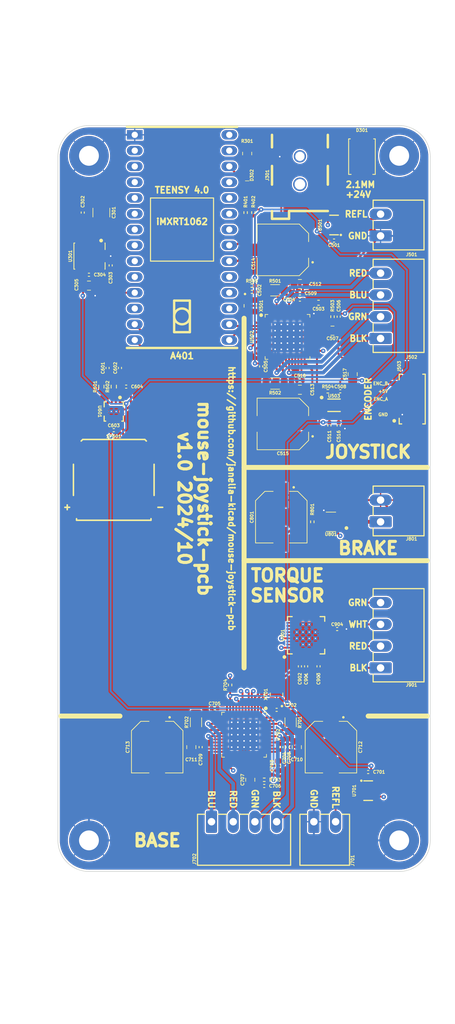
<source format=kicad_pcb>
(kicad_pcb (version 20221018) (generator pcbnew)
  (title_block (title "mouse-joystick-pcb") (date "2024-10-24") (rev "1.0") (company "Peter Polidoro"))
  (layers (0 "F.Cu" signal) (1 "In1.Cu" signal) (2 "In2.Cu" signal) (31 "B.Cu" signal) (34 "B.Paste" user) (35 "F.Paste" user) (36 "B.SilkS" user "B.Silkscreen") (37 "F.SilkS" user "F.Silkscreen") (38 "B.Mask" user) (39 "F.Mask" user) (44 "Edge.Cuts" user))
  (net 0 "")
  (net 1 "/GND")
  (net 9 "/SDA")
  (net 10 "/SCL")
  (net 13 "/COPI")
  (net 14 "/CIPO")
  (net 15 "/SCK")
  (net 16 "/BASE_MOTOR_DIAG0")
  (net 17 "/~{BASE_MOTOR_CS}")
  (net 20 "/~{JOYSTICK_MOTOR_CS}")
  (net 21 "/JOYSTICK_MOTOR_DIAG0")
  (net 24 "/BRAKE_PWM")
  (net 25 "/AUDIO")
  (net 26 "/+3.3V")
  (net 28 "/VAA")
  (net 29 "/power/VDD")
  (net 30 "/+5V")
  (net 31 "/joystick-motor/CPO")
  (net 32 "/joystick-motor/CPI")
  (net 33 "/joystick-motor/VCP")
  (net 34 "/joystick-motor/5VOUT")
  (net 35 "/joystick-motor/EN")
  (net 36 "Net-(C601-Pad2)")
  (net 37 "Net-(C602-Pad2)")
  (net 38 "/audio/BYPASS")
  (net 39 "/base-motor/CPO")
  (net 40 "/base-motor/CPI")
  (net 41 "/base-motor/VCP")
  (net 42 "/base-motor/5VOUT")
  (net 43 "/power/VAA")
  (net 44 "/power/LED_RED+")
  (net 46 "/joystick-motor/REFL")
  (net 47 "/joystick-motor/BMB2")
  (net 48 "/joystick-motor/BMB1")
  (net 49 "/joystick-motor/BMA2")
  (net 50 "/joystick-motor/BMA1")
  (net 52 "/joystick-motor/ENC_A")
  (net 53 "/joystick-motor/ENC_B")
  (net 54 "/base-motor/REFL")
  (net 55 "/base-motor/BMB2")
  (net 56 "/base-motor/BMB1")
  (net 57 "/base-motor/BMA2")
  (net 58 "/base-motor/BMA1")
  (net 59 "/brake/IOUT")
  (net 60 "/joystick-motor/BRA")
  (net 61 "/joystick-motor/BRB")
  (net 62 "/audio/IN-")
  (net 63 "/audio/IN+")
  (net 64 "/base-motor/BRA")
  (net 65 "/base-motor/BRB")
  (net 66 "Net-(U801-REXT)")
  (net 67 "/audio/VO+")
  (net 68 "/audio/VO-")
  (net 75 "/joystick-motor/REFL_DEBOUNCED")
  (net 76 "/joystick-motor/CLOCK")
  (net 82 "/joystick-motor/ENC_B_LS")
  (net 83 "/joystick-motor/ENC_A_LS")
  (net 90 "/base-motor/REFL_DEBOUNCED")
  (net 91 "/base-motor/CLOCK")
  (net 105 "/torque-sensor/DVDD")
  (net 106 "/torque-sensor/AVDD")
  (net 107 "/torque-sensor/REFCAP")
  (net 108 "/torque-sensor/BRG+")
  (net 109 "/torque-sensor/INP-")
  (net 110 "/torque-sensor/INP+")
  (net 111 "/torque-sensor/BRG-")
  (footprint "Janelia:PhoenixContact_MC_1,5_4-G-3.5_1x04_P3.50mm_Horizontal_Screw" (layer "F.Cu") (at 124.4 70.6 90)
    (fp_text reference "J502")
    (fp_text value "Conn_01x04_P3.5mm_TBH_Horizontal_Screw" hide)
  )
  (footprint "Janelia:C_0805_2012Metric" (layer "F.Cu") (at 103.4 146.85 -90)
    (fp_text reference "C707")
    (fp_text value "47uF_10V")
  )
  (footprint "Janelia:R_0805_2012Metric" (layer "F.Cu") (at 102.9 46.1 -90)
    (fp_text reference "R301")
    (fp_text value "2.32k")
  )
  (footprint "Janelia:TQFP-48-1EP_7x7mm_P0.5mm_EP5x5mm_ThermalVias" (layer "F.Cu") (at 102.4 139.6 -90)
    (fp_text reference "U702")
    (fp_text value "TMC5130A-TA")
  )
  (footprint "Janelia:Connector_BarrelJack_XKB_2.1" (layer "F.Cu") (at 111.4 49.6 -90)
    (fp_text reference "J301")
    (fp_text value "2.1" hide)
  )
  (footprint "Janelia:PhoenixContact_MC_1,5_2-G-3.5_1x02_P3.50mm_Horizontal_Screw" (layer "F.Cu") (at 124.4 103.6 90)
    (fp_text reference "J801")
    (fp_text value "Conn_01x02_P3.5mm_TBH_Horizontal_Screw" hide)
  )
  (footprint "Janelia:C_0402_1005Metric" (layer "F.Cu") (at 112.4 128.6 -90)
    (fp_text reference "C901")
    (fp_text value "0.1uF_100V")
  )
  (footprint "Janelia:SC-74-6_1.55x2.9mm_P0.95mm" (layer "F.Cu") (at 116.4 105.35 180)
    (fp_text reference "U801")
    (fp_text value "40V_200mA")
  )
  (footprint "Janelia:TEENSY_4.0_HEADERS" (layer "F.Cu") (at 92.4 59.6)
    (fp_text reference "A401")
    (fp_text value "TEENSY_4.0_HEADERS" hide)
  )
  (footprint "Janelia:C_0402_1005Metric" (layer "F.Cu") (at 109.4 141.6 -90)
    (fp_text reference "C708")
    (fp_text value "0.1uF_100V")
  )
  (footprint "Janelia:C_0402_1005Metric" (layer "F.Cu") (at 103.65 68.35 180)
    (fp_text reference "C502")
    (fp_text value "0.1uF_100V")
  )
  (footprint "Janelia:R_0402_1005Metric" (layer "F.Cu") (at 105.65 146.85 180)
    (fp_text reference "R703")
    (fp_text value "10")
  )
  (footprint "Janelia:C_0402_1005Metric" (layer "F.Cu") (at 108.4 141.6 -90)
    (fp_text reference "C704")
    (fp_text value "0.1uF_100V")
  )
  (footprint "Janelia:C_0402_1005Metric" (layer "F.Cu") (at 117.65 72.35 -90)
    (fp_text reference "C506")
    (fp_text value "0.47uF_35V")
  )
  (footprint "Janelia:C_0603_1608Metric" (layer "F.Cu") (at 107.9 144.6 90)
    (fp_text reference "C703")
    (fp_text value "22nF_100V")
  )
  (footprint "Janelia:PhoenixContact_MC_1,5_4-G-3.5_1x04_P3.50mm_Horizontal_Screw" (layer "F.Cu") (at 102.4 153.6)
    (fp_text reference "J702")
    (fp_text value "Conn_01x04_P3.5mm_TBH_Horizontal_Screw" hide)
  )
  (footprint "Janelia:C_0402_1005Metric" (layer "F.Cu") (at 116.9 60.1)
    (fp_text reference "C501")
    (fp_text value "0.1uF_100V")
  )
  (footprint "Janelia:R_0402_1005Metric" (layer "F.Cu") (at 103.9 55.6 -90)
    (fp_text reference "R402")
    (fp_text value "1.8k")
  )
  (footprint "Janelia:RHH0036C" (layer "F.Cu") (at 112.4 123.6 90)
    (fp_text reference "U901")
    (fp_text value "PGA305ARHHR")
  )
  (footprint "Janelia:SOT192P237X122-4N" (layer "F.Cu") (at 122.4 148.6)
    (fp_text reference "U701")
    (fp_text value "MAX6816" hide)
  )
  (footprint "Janelia:C_0805_2012Metric" (layer "F.Cu") (at 116.65 74.6)
    (fp_text reference "C507")
    (fp_text value "47uF_10V")
  )
  (footprint "Janelia:C_0805_2012Metric" (layer "F.Cu") (at 111.4 67.1)
    (fp_text reference "C512")
    (fp_text value "2.2uF_100V")
  )
  (footprint "Janelia:R_1206_3216Metric" (layer "F.Cu") (at 94.65 137.6 90)
    (fp_text reference "R702")
    (fp_text value "0.12")
  )
  (footprint "Janelia:C_0805_2012Metric" (layer "F.Cu") (at 119.9 81.6 90)
    (fp_text reference "C517")
    (fp_text value "2.2uF_100V")
  )
  (footprint "Janelia:FIDUCIAL_0.5mm_Mask1mm" (layer "F.Cu") (at 129.9 51.465)
    (fp_text reference "FID202")
    (fp_text value "FIDUCIAL_0.5mm_MASK1mm" hide)
  )
  (footprint "Janelia:C_0402_1005Metric" (layer "F.Cu") (at 83.4 83.6 180)
    (fp_text reference "C604")
    (fp_text value "0.22uF_25V")
  )
  (footprint "Janelia:C_0402_1005Metric" (layer "F.Cu") (at 95.4 141.6 -90)
    (fp_text reference "C709")
    (fp_text value "0.1uF_100V")
  )
  (footprint "Janelia:R_1206_3216Metric" (layer "F.Cu") (at 107.4 83.1 180)
    (fp_text reference "R502")
    (fp_text value "0.36")
  )
  (footprint "Janelia:C_0603_1608Metric" (layer "F.Cu") (at 114.4 70.1 180)
    (fp_text reference "C503")
    (fp_text value "22nF_100V")
  )
  (footprint "Janelia:PhoenixContact_MC_1,5_4-G-3.5_1x04_P3.50mm_Horizontal_Screw" (layer "F.Cu") (at 124.4 123.6 90)
    (fp_text reference "J901")
    (fp_text value "Conn_01x04_P3.5mm_TBH_Horizontal_Screw" hide)
  )
  (footprint "Janelia:C_0402_1005Metric" (layer "F.Cu") (at 105.65 147.85 180)
    (fp_text reference "C706")
    (fp_text value "0.47uF_35V")
  )
  (footprint "Janelia:R_0402_1005Metric" (layer "F.Cu") (at 115.9 84.35)
    (fp_text reference "R504")
    (fp_text value "200k")
  )
  (footprint "Janelia:POWERDI5_DIO" (layer "F.Cu") (at 121.4 46.6)
    (fp_text reference "D301")
    (fp_text value "D_50V_15A")
  )
  (footprint "Janelia:C_0402_1005Metric" (layer "F.Cu") (at 80.9 64.1 90)
    (fp_text reference "C303")
    (fp_text value "1uF_25V")
  )
  (footprint "Janelia:C_0805_2012Metric" (layer "F.Cu") (at 111.4 84.1)
    (fp_text reference "C513")
    (fp_text value "2.2uF_100V")
  )
  (footprint "Janelia:R_0603_1608Metric" (layer "F.Cu") (at 79.4 83.6 -90)
    (fp_text reference "R601")
    (fp_text value "40k")
  )
  (footprint "Janelia:MountingHole_3.2mm_M3_Pad" (layer "F.Cu") (at 77.4 46.465)
    (fp_text reference "H201" hide)
    (fp_text value "MountingHole_M3_Pad" hide)
  )
  (footprint "Janelia:C_0402_1005Metric" (layer "F.Cu") (at 82.4 80.6 -90)
    (fp_text reference "C602")
    (fp_text value "0.22uF_25V")
  )
  (footprint "Janelia:CAP_EEEHAH101UAP" (layer "F.Cu") (at 108.4 104.6 -90)
    (fp_text reference "C801")
    (fp_text value "100uF_50V")
  )
  (footprint "Janelia:LED_0402-1005_KNB" (layer "F.Cu") (at 102.9 49.6 90)
    (fp_text reference "D302")
    (fp_text value "LED_RED" hide)
  )
  (footprint "Janelia:CAP_EEEHAH101UAP" (layer "F.Cu") (at 116.4 141.6 -90)
    (fp_text reference "C712")
    (fp_text value "100uF_50V")
  )
  (footprint "Janelia:C_0402_1005Metric" (layer "F.Cu") (at 111.4 69.6)
    (fp_text reference "C504")
    (fp_text value "0.1uF_100V")
  )
  (footprint "Janelia:C_0402_1005Metric" (layer "F.Cu") (at 105.15 80.35 -90)
    (fp_text reference "C505")
    (fp_text value "0.1uF_100V")
  )
  (footprint "Janelia:C_0402_1005Metric" (layer "F.Cu") (at 116.15 89.85 -90)
    (fp_text reference "C511")
    (fp_text value "0.1uF_100V")
  )
  (footprint "Janelia:R_0402_1005Metric" (layer "F.Cu") (at 113.4 105.35 90)
    (fp_text reference "R801")
    (fp_text value "30")
  )
  (footprint "Janelia:PhoenixContact_MC_1,5_2-G-3.5_1x02_P3.50mm_Horizontal_Screw" (layer "F.Cu") (at 115.4 153.6)
    (fp_text reference "J701")
    (fp_text value "Conn_01x02_P3.5mm_TBH_Horizontal_Screw" hide)
  )
  (footprint "Janelia:CAP_EEEHAH101UAP" (layer "F.Cu") (at 88.4 141.6 -90)
    (fp_text reference "C713")
    (fp_text value "100uF_50V")
  )
  (footprint "Janelia:PhoenixContact_MC_1,5_2-G-3.5_1x02_P3.50mm_Horizontal_Screw" (layer "F.Cu") (at 124.4 57.6 90)
    (fp_text reference "J501")
    (fp_text value "Conn_01x02_P3.5mm_TBH_Horizontal_Screw" hide)
  )
  (footprint "Janelia:R_0402_1005Metric" (layer "F.Cu") (at 102.65 55.6 -90)
    (fp_text reference "R401")
    (fp_text value "1.8k")
  )
  (footprint "Janelia:CAP_EEEHAH101UAP" (layer "F.Cu") (at 108.65 61.6 180)
    (fp_text reference "C514")
    (fp_text value "100uF_50V")
  )
  (footprint "Janelia:SOP50P310X90-8N" (layer "F.Cu") (at 116.9 86.6)
    (fp_text reference "U503")
    (fp_text value "Logic_LevelTranslator_LSF0102DCUR")
  )
  (footprint "Janelia:R_0402_1005Metric" (layer "F.Cu") (at 116.65 72.35 -90)
    (fp_text reference "R503")
    (fp_text value "10")
  )
  (footprint "Janelia:C_0402_1005Metric" (layer "F.Cu") (at 122.4 145.6 180)
    (fp_text reference "C701")
    (fp_text value "0.1uF_100V")
  )
  (footprint "Janelia:FIDUCIAL_0.5mm_Mask1mm" (layer "F.Cu") (at 129.9 151.6)
    (fp_text reference "FID203")
    (fp_text value "FIDUCIAL_0.5mm_MASK1mm" hide)
  )
  (footprint "Janelia:Speaker_13x13mm_KLJ-01304T-08R07W" (layer "F.Cu") (at 81.4 98.6)
    (fp_text reference "SP601")
    (fp_text value "Speaker_13x13mm_8Ohm_700mW")
  )
  (footprint "Janelia:C_1210_3225Metric" (layer "F.Cu") (at 79.4 55.6 -90)
    (fp_text reference "C301")
    (fp_text value "3.3uF_50V")
  )
  (footprint "Janelia:C_0805_2012Metric" (layer "F.Cu") (at 110.9 141.6 -90)
    (fp_text reference "C710")
    (fp_text value "2.2uF_100V")
  )
  (footprint "Janelia:CAP_EEEHAH101UAP" (layer "F.Cu") (at 108.65 89.6 180)
    (fp_text reference "C515")
    (fp_text value "100uF_50V")
  )
  (footprint "Janelia:RDN0011A-MFG" (layer "F.Cu") (at 77.4 62.6 -90)
    (fp_text reference "U301")
    (fp_text value "TPSM365R6V5RDNR" hide)
  )
  (footprint "Janelia:C_0402_1005Metric" (layer "F.Cu") (at 80.4 80.6 -90)
    (fp_text reference "C601")
    (fp_text value "0.22uF_25V")
  )
  (footprint "Janelia:OSC_ECS-2520S33-160-FN-TR" (layer "F.Cu") (at 107.65 133.1 90)
    (fp_text reference "X701")
    (fp_text value "16MHz_3.3V")
  )
  (footprint "Janelia:MountingHole_3.2mm_M3_Pad" (layer "F.Cu") (at 77.4 156.6)
    (fp_text reference "H204" hide)
    (fp_text value "MountingHole_M3_Pad" hide)
  )
  (footprint "Janelia:C_0402_1005Metric" (layer "F.Cu") (at 77.4 65.6)
    (fp_text reference "C304")
    (fp_text value "1uF_25V")
  )
  (footprint "Janelia:R_1206_3216Metric" (layer "F.Cu") (at 109.9 137.6 90)
    (fp_text reference "R701")
    (fp_text value "0.12")
  )
  (footprint "Janelia:C_0402_1005Metric" (layer "F.Cu") (at 76.4 55.6 -90)
    (fp_text reference "C302")
    (fp_text value "0.1uF_100V")
  )
  (footprint "Janelia:FIDUCIAL_0.5mm_Mask1mm" (layer "F.Cu") (at 74.9 151.6)
    (fp_text reference "FID204")
    (fp_text value "FIDUCIAL_0.5mm_MASK1mm" hide)
  )
  (footprint "Janelia:C_0402_1005Metric" (layer "F.Cu") (at 111.4 128.6 -90)
    (fp_text reference "C902")
    (fp_text value "0.1uF_100V")
  )
  (footprint "Janelia:C_0402_1005Metric" (layer "F.Cu") (at 117.9 84.35)
    (fp_text reference "C508")
    (fp_text value "0.1uF_100V")
  )
  (footprint "Janelia:OSC_ECS-2520S33-160-FN-TR" (layer "F.Cu") (at 103.4 70.6 -90)
    (fp_text reference "X501")
    (fp_text value "16MHz_3.3V")
  )
  (footprint "Janelia:R_1206_3216Metric" (layer "F.Cu") (at 107.4 68.1 180)
    (fp_text reference "R501")
    (fp_text value "0.36")
  )
  (footprint "Janelia:MountingHole_3.2mm_M3_Pad" (layer "F.Cu") (at 127.4 46.465)
    (fp_text reference "H202" hide)
    (fp_text value "MountingHole_M3_Pad" hide)
  )
  (footprint "Janelia:R_0402_1005Metric" (layer "F.Cu") (at 100.15 131.6 90)
    (fp_text reference "R704")
    (fp_text value "1.8k")
  )
  (footprint "Janelia:C_0402_1005Metric" (layer "F.Cu") (at 117.65 89.85 -90)
    (fp_text reference "C516")
    (fp_text value "0.1uF_100V")
  )
  (footprint "Janelia:C_0805_2012Metric" (layer "F.Cu") (at 93.9 141.6 -90)
    (fp_text reference "C711")
    (fp_text value "2.2uF_100V")
  )
  (footprint "Janelia:C_0402_1005Metric" (layer "F.Cu") (at 81.4 90.6)
    (fp_text reference "C603")
    (fp_text value "1uF_35V")
  )
  (footprint "Janelia:C_0402_1005Metric" (layer "F.Cu") (at 111.4 82.6)
    (fp_text reference "C510")
    (fp_text value "0.1uF_100V")
  )
  (footprint "Janelia:C_0402_1005Metric" (layer "F.Cu") (at 107.65 135.6)
    (fp_text reference "C702")
    (fp_text value "0.1uF_100V")
  )
  (footprint "Janelia:DRB8_1P75X1P5" (layer "F.Cu") (at 81.4 87.6 -90)
    (fp_text reference "U601")
    (fp_text value "TPA6204A1DRBR")
  )
  (footprint "Janelia:C_0805_2012Metric" (layer "F.Cu") (at 77.4 67.35)
    (fp_text reference "C305")
    (fp_text value "47uF_10V")
  )
  (footprint "Janelia:SOT192P237X122-4N" (layer "F.Cu") (at 116.9 57.6 180)
    (fp_text reference "U501")
    (fp_text value "MAX6816" hide)
  )
  (footprint "Janelia:C_0402_1005Metric" (layer "F.Cu") (at 97.65 135.35 180)
    (fp_text reference "C705")
    (fp_text value "0.1uF_100V")
  )
  (footprint "Janelia:R_0603_1608Metric" (layer "F.Cu") (at 81.4 83.6 -90)
    (fp_text reference "R602")
    (fp_text value "40k")
  )
  (footprint "Janelia:C_0402_1005Metric" (layer "F.Cu") (at 114.4 128.6 -90)
    (fp_text reference "C903")
    (fp_text value "0.1uF_100V")
  )
  (footprint "Janelia:MountingHole_3.2mm_M3_Pad" (layer "F.Cu") (at 127.4 156.6)
    (fp_text reference "H203" hide)
    (fp_text value "MountingHole_M3_Pad" hide)
  )
  (footprint "Janelia:C_0402_1005Metric" (layer "F.Cu") (at 111.4 68.6)
    (fp_text reference "C509")
    (fp_text value "0.1uF_100V")
  )
  (footprint "Janelia:R_0402_1005Metric" (layer "F.Cu") (at 103.65 67.35 180)
    (fp_text reference "R505")
    (fp_text value "1.8k")
  )
  (footprint "Janelia:C_0402_1005Metric" (layer "F.Cu") (at 117.4 122.6)
    (fp_text reference "C904")
    (fp_text value "0.1uF_100V")
  )
  (footprint "Janelia:TQFP-48-1EP_7x7mm_P0.5mm_EP5x5mm_ThermalVias" (layer "F.Cu") (at 109.4 75.6)
    (fp_text reference "U502")
    (fp_text value "TMC5130A-TA")
  )
  (footprint "Janelia:FIDUCIAL_0.5mm_Mask1mm" (layer "F.Cu") (at 74.9 51.465)
    (fp_text reference "FID201")
    (fp_text value "FIDUCIAL_0.5mm_MASK1mm" hide)
  )
  (footprint "Janelia:MOLEX_0532610571" (layer "F.Cu") (at 127.4 85.6 90)
    (fp_text reference "J503")
    (fp_text value "Molex_PicoBlade_Horizontal")
  )
  (gr_line (start 131.9 136.6) (end 122.4 136.6) (stroke (width 0.8)) (layer "F.SilkS"))
  (gr_line (start 102.4 128.85) (end 102.4 111.6) (stroke (width 0.8)) (layer "F.SilkS"))
  (gr_line (start 102.4 111.6) (end 102.4 96.6) (stroke (width 0.8)) (layer "F.SilkS"))
  (gr_line (start 131.9 111.6) (end 102.4 111.6) (stroke (width 0.8)) (layer "F.SilkS"))
  (gr_line (start 102.4 96.6) (end 102.4 72.6) (stroke (width 0.8)) (layer "F.SilkS"))
  (gr_line (start 82.4 136.6) (end 72.9 136.6) (stroke (width 0.8)) (layer "F.SilkS"))
  (gr_line (start 131.9 96.6) (end 102.4 96.6) (stroke (width 0.8)) (layer "F.SilkS"))
  (gr_arc (start 72.4 46.6) (mid 73.864466 43.064466) (end 77.4 41.6) (stroke (width 0.1)) (layer "Edge.Cuts"))
  (gr_line (start 72.4 156.6) (end 72.4 46.6) (stroke (width 0.1)) (layer "Edge.Cuts"))
  (gr_line (start 132.4 46.6) (end 132.4 156.6) (stroke (width 0.1)) (layer "Edge.Cuts"))
  (gr_arc (start 132.4 156.6) (mid 130.935534 160.135534) (end 127.4 161.6) (stroke (width 0.1)) (layer "Edge.Cuts"))
  (gr_arc (start 127.4 41.6) (mid 130.935534 43.064466) (end 132.4 46.6) (stroke (width 0.1)) (layer "Edge.Cuts"))
  (gr_arc (start 77.4 161.6) (mid 73.864466 160.135534) (end 72.4 156.6) (stroke (width 0.1)) (layer "Edge.Cuts"))
  (gr_line (start 127.4 161.6) (end 77.4 161.6) (stroke (width 0.1)) (layer "Edge.Cuts"))
  (gr_line (start 77.4 41.6) (end 127.4 41.6) (stroke (width 0.1)) (layer "Edge.Cuts"))
  (gr_text "TORQUE\nSENSOR" (at 109.4 115.6) (layer "F.SilkS") (effects (font (size 2 2) (thickness 0.5) bold)))
  (gr_text "BRAKE" (at 122.4 109.6) (layer "F.SilkS") (effects (font (size 2 2) (thickness 0.5) bold)))
  (gr_text "BASE" (at 88.4 156.6) (layer "F.SilkS") (effects (font (size 2 2) (thickness 0.5) bold)))
  (gr_text "GRN" (at 122.4 118.35) (layer "F.SilkS") (effects (font (size 1 1) (thickness 0.25) bold) (justify right)))
  (gr_text "REFL" (at 122.4 55.85) (layer "F.SilkS") (effects (font (size 1 1) (thickness 0.25) bold) (justify right)))
  (gr_text "BLK" (at 107.65 151.6 270) (layer "F.SilkS") (effects (font (size 1 1) (thickness 0.25) bold) (justify right)))
  (gr_text "ENCODER" (at 122.4 85.6 90) (layer "F.SilkS") (effects (font (size 1 1) (thickness 0.25) bold)))
  (gr_text "+24V" (at 118.65 52.1) (layer "F.SilkS") (effects (font (size 1 1) (thickness 0.25) bold) (justify left top)))
  (gr_text "+5V" (at 125.65 84.35) (layer "F.SilkS") (effects (font (size 0.5 0.5) (thickness 0.125) bold) (justify right)))
  (gr_text "JOYSTICK" (at 122.4 94.1) (layer "F.SilkS") (effects (font (size 2 2) (thickness 0.5) bold)))
  (gr_text "BLU" (at 97.15 151.6 270) (layer "F.SilkS") (effects (font (size 1 1) (thickness 0.25) bold) (justify right)))
  (gr_text "GRN" (at 104.15 151.6 270) (layer "F.SilkS") (effects (font (size 1 1) (thickness 0.25) bold) (justify right)))
  (gr_text "GRN" (at 122.4 72.35) (layer "F.SilkS") (effects (font (size 1 1) (thickness 0.25) bold) (justify right)))
  (gr_text "BLK" (at 122.4 75.85) (layer "F.SilkS") (effects (font (size 1 1) (thickness 0.25) bold) (justify right)))
  (gr_text "ENC_B" (at 125.65 83.1) (layer "F.SilkS") (effects (font (size 0.5 0.5) (thickness 0.125) bold) (justify right)))
  (gr_text "GND" (at 125.65 88.1) (layer "F.SilkS") (effects (font (size 0.5 0.5) (thickness 0.125) bold) (justify right)))
  (gr_text "RED" (at 122.4 65.35) (layer "F.SilkS") (effects (font (size 1 1) (thickness 0.25) bold) (justify right)))
  (gr_text "WHT" (at 122.4 121.85) (layer "F.SilkS") (effects (font (size 1 1) (thickness 0.25) bold) (justify right)))
  (gr_text "mouse-joystick-pcb\nv1.0 2024/10" (at 94.4 101.6 -90) (layer "F.SilkS") (effects (font (size 2 2) (thickness 0.5) bold)))
  (gr_text "REFL" (at 117.15 151.6 270) (layer "F.SilkS") (effects (font (size 1 1) (thickness 0.25) bold) (justify right)))
  (gr_text "BLU" (at 122.4 68.85) (layer "F.SilkS") (effects (font (size 1 1) (thickness 0.25) bold) (justify right)))
  (gr_text "RED" (at 100.65 151.6 270) (layer "F.SilkS") (effects (font (size 1 1) (thickness 0.25) bold) (justify right)))
  (gr_text "https://github.com/janelia-kicad/mouse-joystick-pcb" (at 100.4 101.6 -90) (layer "F.SilkS") (effects (font (size 1 1) (thickness 0.25) bold)))
  (gr_text "GND" (at 122.4 59.35) (layer "F.SilkS") (effects (font (size 1 1) (thickness 0.25) bold) (justify right)))
  (gr_text "ENC_A" (at 125.65 85.6) (layer "F.SilkS") (effects (font (size 0.5 0.5) (thickness 0.125) bold) (justify right)))
  (gr_text "RED" (at 122.4 125.35) (layer "F.SilkS") (effects (font (size 1 1) (thickness 0.25) bold) (justify right)))
  (gr_text "GND" (at 113.65 151.6 270) (layer "F.SilkS") (effects (font (size 1 1) (thickness 0.25) bold) (justify right)))
  (gr_text "BLK" (at 122.4 128.85) (layer "F.SilkS") (effects (font (size 1 1) (thickness 0.25) bold) (justify right)))
  (segment (start 103.6 70.6) (end 103.4 70.4) (width 0.3) (layer "F.Cu") (net 1))
  (segment (start 105.9375 83.1) (end 105.9375 88.7625) (width 0.3) (layer "F.Cu") (net 1))
  (segment (start 81.725 89) (end 81.725 90.445) (width 0.3) (layer "F.Cu") (net 1))
  (segment (start 78.35 67.35) (end 80.9 67.35) (width 0.3) (layer "F.Cu") (net 1))
  (segment (start 102.65 139.35) (end 102.4 139.6) (width 0.3) (layer "F.Cu") (net 1))
  (segment (start 105.9375 88.7625) (end 105.1 89.6) (width 0.3) (layer "F.Cu") (net 1))
  (segment (start 106.65 71.4375) (end 106.65 72.85) (width 0.3) (layer "F.Cu") (net 1))
  (segment (start 117.6 74.6) (end 117.6 78.35) (width 0.3) (layer "F.Cu") (net 1))
  (segment (start 106.5625 136.85) (end 107.65 136.85) (width 0.3) (layer "F.Cu") (net 1))
  (segment (start 110.43 142.08) (end 110.9 142.55) (width 0.3) (layer "F.Cu") (net 1))
  (segment (start 113.5625 75.35) (end 109.65 75.35) (width 0.3) (layer "F.Cu") (net 1))
  (segment (start 107.15 77.85) (end 109.4 75.6) (width 0.3) (layer "F.Cu") (net 1))
  (segment (start 117.65 74.55) (end 117.6 74.6) (width 0.3) (layer "F.Cu") (net 1))
  (segment (start 76.4 56.08) (end 78.405 56.08) (width 0.3) (layer "F.Cu") (net 1))
  (segment (start 82.6875 87.275) (end 83.4 87.275) (width 0.3) (layer "F.Cu") (net 1))
  (segment (start 111.65 77.85) (end 109.4 75.6) (width 0.3) (layer "F.Cu") (net 1))
  (segment (start 121.375 147.835) (end 119.085 147.835) (width 0.3) (layer "F.Cu") (net 1))
  (segment (start 108.65 144.6) (end 109.4 143.85) (width 0.3) (layer "F.Cu") (net 1))
  (segment (start 102.15 139.85) (end 102.4 139.6) (width 0.3) (layer "F.Cu") (net 1))
  (segment (start 102.15 143.7625) (end 102.15 139.85) (width 0.3) (layer "F.Cu") (net 1))
  (segment (start 98.2375 136.85) (end 98.2375 136.4175) (width 0.3) (layer "F.Cu") (net 1))
  (segment (start 95.63 141.85) (end 95.4 142.08) (width 0.3) (layer "F.Cu") (net 1))
  (segment (start 83.4 87.275) (end 84.15 86.525) (width 0.3) (layer "F.Cu") (net 1))
  (segment (start 82.4 60.075) (end 79.4 57.075) (width 0.3) (layer "F.Cu") (net 1))
  (segment (start 108.15 76.85) (end 109.4 75.6) (width 0.3) (layer "F.Cu") (net 1))
  (segment (start 111.65 82.37) (end 111.88 82.6) (width 0.3) (layer "F.Cu") (net 1))
  (segment (start 106.65 79.7625) (end 106.65 78.35) (width 0.3) (layer "F.Cu") (net 1))
  (segment (start 105.15 136.85) (end 102.4 139.6) (width 0.3) (layer "F.Cu") (net 1))
  (segment (start 105.9 46.55) (end 108.4 49.05) (width 0.3) (layer "F.Cu") (net 1))
  (segment (start 121.92 145.6) (end 121.92 147.29) (width 0.3) (layer "F.Cu") (net 1))
  (segment (start 102.65 143.7625) (end 102.65 139.85) (width 0.3) (layer "F.Cu") (net 1))
  (segment (start 105.2375 75.35) (end 109.15 75.35) (width 0.3) (layer "F.Cu") (net 1))
  (segment (start 117.9 83.35) (end 117.9 82.65) (width 0.3) (layer "F.Cu") (net 1))
  (segment (start 111.88 83.63) (end 112.35 84.1) (width 0.3) (layer "F.Cu") (net 1))
  (segment (start 113.5625 72.85) (end 113.5625 71.9375) (width 0.3) (layer "F.Cu") (net 1))
  (segment (start 103.15 143.7625) (end 103.15 140.35) (width 0.3) (layer "F.Cu") (net 1))
  (segment (start 105.9 46.55) (end 108.1 46.55) (width 0.3) (layer "F.Cu") (net 1))
  (segment (start 83.88 84.58) (end 83.88 83.6) (width 0.3) (layer "F.Cu") (net 1))
  (segment (start 108.13 136.37) (end 108.13 135.6) (width 0.3) (layer "F.Cu") (net 1))
  (segment (start 84.15 86.525) (end 84.15 84.85) (width 0.3) (layer "F.Cu") (net 1))
  (segment (start 95.4 142.08) (end 94.37 142.08) (width 0.3) (layer "F.Cu") (net 1))
  (segment (start 113.65 153.6) (end 113.65 147.9) (width 0.3) (layer "F.Cu") (net 1))
  (segment (start 81.725 90.445) (end 81.88 90.6) (width 0.3) (layer "F.Cu") (net 1))
  (segment (start 113.4 104.84) (end 111.71 104.84) (width 0.3) (layer "F.Cu") (net 1))
  (segment (start 104.7 50.05) (end 105.9 48.85) (width 0.3) (layer "F.Cu") (net 1))
  (segment (start 105.9875 144.6) (end 108.65 144.6) (width 0.3) (layer "F.Cu") (net 1))
  (segment (start 111.65 79.7625) (end 111.65 82.37) (width 0.3) (layer "F.Cu") (net 1))
  (segment (start 109.3625 135.6) (end 109.9 136.1375) (width 0.3) (layer "F.Cu") (net 1))
  (segment (start 107.65 136.85) (end 108.13 136.37) (width 0.3) (layer "F.Cu") (net 1))
  (segment (start 115.225 125.6) (end 115.225 128.255) (width 0.3) (layer "F.Cu") (net 1))
  (segment (start 109.575 122.1) (end 110.9 122.1) (width 0.3) (layer "F.Cu") (net 1))
  (segment (start 106.65 79.7625) (end 106.65 80.85) (width 0.3) (layer "F.Cu") (net 1))
  (segment (start 94.37 142.08) (end 93.9 142.55) (width 0.3) (layer "F.Cu") (net 1))
  (segment (start 109.65 75.85) (end 109.4 75.6) (width 0.3) (layer "F.Cu") (net 1))
  (segment (start 121.92 147.29) (end 121.375 147.835) (width 0.3) (layer "F.Cu") (net 1))
  (segment (start 83.88 83.6) (end 83.88 81.6) (width 0.3) (layer "F.Cu") (net 1))
  (segment (start 114.75 84) (end 115.4 83.35) (width 0.3) (layer "F.Cu") (net 1))
  (segment (start 105.9375 62.4375) (end 105.1 61.6) (width 0.3) (layer "F.Cu") (net 1))
  (segment (start 82.4 65.85) (end 82.4 60.075) (width 0.3) (layer "F.Cu") (net 1))
  (segment (start 112.4 129.08) (end 112.4 130.1) (width 0.3) (layer "F.Cu") (net 1))
  (segment (start 110.9 122.1) (end 112.4 123.6) (width 0.3) (layer "F.Cu") (net 1))
  (segment (start 115.4 83.35) (end 117.9 83.35) (width 0.3) (layer "F.Cu") (net 1))
  (segment (start 118.63 90.33) (end 118.65 90.35) (width 0.3) (layer "F.Cu") (net 1))
  (segment (start 101.65 140.35) (end 102.4 139.6) (width 0.3) (layer "F.Cu") (net 1))
  (segment (start 106.65 82.3875) (end 105.9375 83.1) (width 0.3) (layer "F.Cu") (net 1))
  (segment (start 80.9 67.35) (end 82.4 65.85) (width 0.3) (layer "F.Cu") (net 1))
  (segment (start 106.63 80.83) (end 106.65 80.85) (width 0.3) (layer "F.Cu") (net 1))
  (segment (start 109.15 75.35) (end 109.4 75.6) (width 0.3) (layer "F.Cu") (net 1))
  (segment (start 106.65 72.85) (end 109.4 75.6) (width 0.3) (layer "F.Cu") (net 1))
  (segment (start 103.4 70.4) (end 103.4 68.58) (width 0.3) (layer "F.Cu") (net 1))
  (segment (start 103.15 140.35) (end 102.4 139.6) (width 0.3) (layer "F.Cu") (net 1))
  (segment (start 100.15 137.35) (end 102.4 139.6) (width 0.3) (layer "F.Cu") (net 1))
  (segment (start 109.65 75.35) (end 109.4 75.6) (width 0.3) (layer "F.Cu") (net 1))
  (segment (start 116.15 90.33) (end 117.65 90.33) (width 0.3) (layer "F.Cu") (net 1))
  (segment (start 102.675 71.525) (end 103.6 70.6) (width 0.3) (layer "F.Cu") (net 1))
  (segment (start 101.15 135.4375) (end 101.15 138.35) (width 0.3) (layer "F.Cu") (net 1))
  (segment (start 105.2375 72.85) (end 106.65 72.85) (width 0.3) (layer "F.Cu") (net 1))
  (segment (start 117.65 90.33) (end 118.63 90.33) (width 0.3) (layer "F.Cu") (net 1))
  (segment (start 99.65 136.85) (end 102.4 139.6) (width 0.3) (layer "F.Cu") (net 1))
  (segment (start 110.15 74.85) (end 109.4 75.6) (width 0.3) (layer "F.Cu") (net 1))
  (segment (start 105.9 48.85) (end 105.9 46.55) (width 0.3) (layer "F.Cu") (net 1))
  (segment (start 106.5625 136.85) (end 105.15 136.85) (width 0.3) (layer "F.Cu") (net 1))
  (segment (start 116.35 75.85) (end 117.6 74.6) (width 0.3) (layer "F.Cu") (net 1))
  (segment (start 108.1 46.55) (end 108.15 46.6) (width 0.3) (layer "F.Cu") (net 1))
  (segment (start 77.88 66.88) (end 78.35 67.35) (width 0.3) (layer "F.Cu") (net 1))
  (segment (start 99.65 142.35) (end 102.4 139.6) (width 0.3) (layer "F.Cu") (net 1))
  (segment (start 81.725 89) (end 81.725 87.925) (width 0.3) (layer "F.Cu") (net 1))
  (segment (start 110.9 142.55) (end 113.8 142.55) (width 0.3) (layer "F.Cu") (net 1))
  (segment (start 118.38 83.83) (end 118.38 84.35) (width 0.3) (layer "F.Cu") (net 1))
  (segment (start 102.65 139.85) (end 102.4 139.6) (width 0.3) (layer "F.Cu") (net 1))
  (segment (start 78.35 67.35) (end 78.35 68.92) (width 0.3) (layer "F.Cu") (net 1))
  (segment (start 108.4 49.05) (end 108.4 58.05) (width 0.3) (layer "F.Cu") (net 1))
  (segment (start 103.45 147.85) (end 103.4 147.8) (width 0.3) (layer "F.Cu") (net 1))
  (segment (start 117.88 122.6) (end 118.9 122.6) (width 0.3) (layer "F.Cu") (net 1))
  (segment (start 106.65 68.8125) (end 105.9375 68.1) (width 0.3) (layer "F.Cu") (net 1))
  (segment (start 98.2375 136.4175) (end 97.17 135.35) (width 0.3) (layer "F.Cu") (net 1))
  (segment (start 98.2375 141.85) (end 100.15 141.85) (width 0.3) (layer "F.Cu") (net 1))
  (segment (start 113.5625 71.9375) (end 113.65 71.85) (width 0.3) (layer "F.Cu") (net 1))
  (segment (start 111.88 82.6) (end 111.88 83.63) (width 0.3) (layer "F.Cu") (net 1))
  (segment (start 126.6 88.1) (end 127.9 88.1) (width 0.3) (layer "F.Cu") (net 1))
  (segment (start 100.15 141.85) (end 102.4 139.6) (width 0.3) (layer "F.Cu") (net 1))
  (segment (start 104.9 70.6) (end 105.9375 69.5625) (width 0.3) (layer "F.Cu") (net 1))
  (segment (start 111.4 129.08) (end 112.4 129.08) (width 0.3) (layer "F.Cu") (net 1))
  (segment (start 108.375 130.875) (end 110.17 129.08) (width 0.3) (layer "F.Cu") (net 1))
  (segment (start 108.4 58.05) (end 105.1 61.35) (width 0.3) (layer "F.Cu") (net 1))
  (segment (start 105.15 143.7625) (end 105.9875 144.6) (width 0.3) (layer "F.Cu") (net 1))
  (segment (start 78.405 56.08) (end 79.4 57.075) (width 0.3) (layer "F.Cu") (net 1))
  (segment (start 100.15 135.4375) (end 100.15 137.35) (width 0.3) (layer "F.Cu") (net 1))
  (segment (start 78.35 68.92) (end 78.4 68.97) (width 0.3) (layer "F.Cu") (net 1))
  (segment (start 105.9375 68.1) (end 105.9375 62.4375) (width 0.3) (layer "F.Cu") (net 1))
  (segment (start 117.65 72.83) (end 117.65 74.55) (width 0.3) (layer "F.Cu") (net 1))
  (segment (start 101.15 138.35) (end 102.4 139.6) (width 0.3) (layer "F.Cu") (net 1))
  (segment (start 103.6 70.6) (end 104.9 70.6) (width 0.3) (layer "F.Cu") (net 1))
  (segment (start 110.17 129.08) (end 111.4 129.08) (width 0.3) (layer "F.Cu") (net 1))
  (segment (start 93.9 142.55) (end 91 142.55) (width 0.3) (layer "F.Cu") (net 1))
  (segment (start 111.88 68.6) (end 111.88 67.57) (width 0.3) (layer "F.Cu") (net 1))
  (segment (start 113.8 142.55) (end 116.4 145.15) (width 0.3) (layer "F.Cu") (net 1))
  (segment (start 105.2375 77.85) (end 107.15 77.85) (width 0.3) (layer "F.Cu") (net 1))
  (segment (start 98.2375 136.85) (end 95.3625 136.85) (width 0.3) (layer "F.Cu") (net 1))
  (segment (start 83.88 81.6) (end 82.4 80.12) (width 0.3) (layer "F.Cu") (net 1))
  (segment (start 101.65 143.7625) (end 101.65 140.35) (width 0.3) (layer "F.Cu") (net 1))
  (segment (start 115.25 103.5) (end 115.25 104.4) (width 0.3) (layer "F.Cu") (net 1))
  (segment (start 112.35 67.1) (end 116.1 63.35) (width 0.3) (layer "F.Cu") (net 1))
  (segment (start 103.4 68.58) (end 103.17 68.35) (width 0.3) (layer "F.Cu") (net 1))
  (segment (start 117.9 83.35) (end 118.38 83.83) (width 0.3) (layer "F.Cu") (net 1))
  (segment (start 113.5625 74.85) (end 110.15 74.85) (width 0.3) (layer "F.Cu") (net 1))
  (segment (start 109.575 123.6) (end 112.4 123.6) (width 0.3) (layer "F.Cu") (net 1))
  (segment (start 117.925 58.365) (end 123.415 58.365) (width 0.3) (layer "F.Cu") (net 1))
  (segment (start 105.2375 76.85) (end 108.15 76.85) (width 0.3) (layer "F.Cu") (net 1))
  (segment (start 109.4 143.85) (end 109.4 142.08) (width 0.3) (layer "F.Cu") (net 1))
  (segment (start 106.65 71.4375) (end 106.65 68.8125) (width 0.3) (layer "F.Cu") (net 1))
  (segment (start 113.5625 75.85) (end 116.35 75.85) (width 0.3) (layer "F.Cu") (net 1))
  (segment (start 98.2375 141.85) (end 95.63 141.85) (width 0.3) (layer "F.Cu") (net 1))
  (segment (start 123.415 58.365) (end 124.4 59.35) (width 0.3) (layer "F.Cu") (net 1))
  (segment (start 113.65 147.9) (end 116.4 145.15) (width 0.3) (layer "F.Cu") (net 1))
  (segment (start 112.4 120.775) (end 112.4 123.6) (width 0.3) (layer "F.Cu") (net 1))
  (segment (start 115.35 85.85) (end 114.75 85.25) (width 0.3) (layer "F.Cu") (net 1))
  (segment (start 110.15 76.35) (end 109.4 75.6) (width 0.3) (layer "F.Cu") (net 1))
  (segment (start 84.15 84.85) (end 83.88 84.58) (width 0.3) (layer "F.Cu") (net 1))
  (segment (start 101.65 146.05) (end 103.4 147.8) (width 0.3) (layer "F.Cu") (net 1))
  (segment (start 111.65 79.7625) (end 111.65 77.85) (width 0.3) (layer "F.Cu") (net 1))
  (segment (start 101.65 143.7625) (end 101.65 146.05) (width 0.3) (layer "F.Cu") (net 1))
  (segment (start 113.84 104.4) (end 113.4 104.84) (width 0.3) (layer "F.Cu") (net 1))
  (segment (start 98.2375 142.35) (end 99.65 142.35) (width 0.3) (layer "F.Cu") (net 1))
  (segment (start 102.65 135.4375) (end 102.65 139.35) (width 0.3) (layer "F.Cu") (net 1))
  (segment (start 105.9375 69.5625) (end 105.9375 68.1) (width 0.3) (layer "F.Cu") (net 1))
  (segment (start 109.4 142.08) (end 110.43 142.08) (width 0.3) (layer "F.Cu") (net 1))
  (segment (start 117.38 60.1) (end 117.38 58.91) (width 0.3) (layer "F.Cu") (net 1))
  (segment (start 113.5625 76.35) (end 110.15 76.35) (width 0.3) (layer "F.Cu") (net 1))
  (segment (start 111.71 104.84) (end 108.4 108.15) (width 0.3) (layer "F.Cu") (net 1))
  (segment (start 108.375 132.175) (end 108.375 130.875) (width 0.3) (layer "F.Cu") (net 1))
  (segment (start 106.65 78.35) (end 109.4 75.6) (width 0.3) (layer "F.Cu") (net 1))
  (segment (start 79.15 62.6) (end 80.9 62.6) (width 0.3) (layer "F.Cu") (net 1))
  (segment (start 115.225 125.6) (end 114.4 125.6) (width 0.3) (layer "F.Cu") (net 1))
  (segment (start 119.085 147.835) (end 116.4 145.15) (width 0.3) (layer "F.Cu") (net 1))
  (segment (start 113.5625 75.85) (end 109.65 75.85) (width 0.3) (layer "F.Cu") (net 1))
  (segment (start 99.65 143.7625) (end 99.65 142.35) (width 0.3) (layer "F.Cu") (net 1))
  (segment (start 115.25 104.4) (end 113.84 104.4) (width 0.3) (layer "F.Cu") (net 1))
  (segment (start 91 142.55) (end 88.4 145.15) (width 0.3) (layer "F.Cu") (net 1))
  (segment (start 117.6 78.35) (end 119.9 80.65) (width 0.3) (layer "F.Cu") (net 1))
  (segment (start 105.15 135.4375) (end 105.15 136.85) (width 0.3) (layer "F.Cu") (net 1))
  (segment (start 102.9 50.05) (end 104.7 50.05) (width 0.3) (layer "F.Cu") (net 1))
  (segment (start 95.3625 136.85) (end 94.65 136.1375) (width 0.3) (layer "F.Cu") (net 1))
  (segment (start 111.88 67.57) (end 112.35 67.1) (width 0.3) (layer "F.Cu") (net 1))
  (segment (start 114.75 85.25) (end 114.75 84) (width 0.3) (layer "F.Cu") (net 1))
  (segment (start 117.38 58.91) (end 117.925 58.365) (width 0.3) (layer "F.Cu") (net 1))
  (segment (start 108.13 135.6) (end 109.3625 135.6) (width 0.3) (layer "F.Cu") (net 1))
  (segment (start 106.65 80.85) (end 106.65 82.3875) (width 0.3) (layer "F.Cu") (net 1))
  (segment (start 105.15 80.83) (end 106.63 80.83) (width 0.3) (layer "F.Cu") (net 1))
  (segment (start 80.9 63.62) (end 80.9 62.6) (width 0.3) (layer "F.Cu") (net 1))
  (segment (start 120.4 63.35) (end 124.4 59.35) (width 0.3) (layer "F.Cu") (net 1))
  (segment (start 116.1 63.35) (end 120.4 63.35) (width 0.3) (layer "F.Cu") (net 1))
  (segment (start 105.17 147.85) (end 103.45 147.85) (width 0.3) (layer "F.Cu") (net 1))
  (segment (start 114.4 129.08) (end 114.4 130.1) (width 0.3) (layer "F.Cu") (net 1))
  (segment (start 114.4 125.6) (end 112.4 123.6) (width 0.3) (layer "F.Cu") (net 1))
  (segment (start 105.1 61.35) (end 105.1 61.6) (width 0.3) (layer "F.Cu") (net 1))
  (segment (start 98.2375 136.85) (end 99.65 136.85) (width 0.3) (layer "F.Cu") (net 1))
  (segment (start 117.9 82.65) (end 119.9 80.65) (width 0.3) (layer "F.Cu") (net 1))
  (segment (start 77.88 65.6) (end 77.88 66.88) (width 0.3) (layer "F.Cu") (net 1))
  (segment (start 81.725 87.925) (end 81.4 87.6) (width 0.3) (layer "F.Cu") (net 1))
  (segment (start 115.225 128.255) (end 114.4 129.08) (width 0.3) (layer "F.Cu") (net 1))
  (via (at 118.65 90.35) (size 0.75) (drill 0.25) (layers "F.Cu" "B.Cu") (net 1))
  (via (at 112.4 130.1) (size 0.75) (drill 0.25) (layers "F.Cu" "B.Cu") (net 1))
  (via (at 115.25 103.5) (size 0.75) (drill 0.25) (layers "F.Cu" "B.Cu") (net 1))
  (via (at 78.4 68.97) (size 0.75) (drill 0.25) (layers "F.Cu" "B.Cu") (net 1))
  (via (at 113.65 71.85) (size 0.75) (drill 0.25) (layers "F.Cu" "B.Cu") (net 1))
  (via (at 108.15 46.6) (size 0.75) (drill 0.25) (layers "F.Cu" "B.Cu") (net 1))
  (via (at 127.9 88.1) (size 0.75) (drill 0.25) (layers "F.Cu" "B.Cu") (net 1))
  (via (at 118.9 122.6) (size 0.75) (drill 0.25) (layers "F.Cu" "B.Cu") (net 1))
  (via (at 114.4 130.1) (size 0.75) (drill 0.25) (layers "F.Cu" "B.Cu") (net 1))
  (via (at 80.9 62.6) (size 0.75) (drill 0.25) (layers "F.Cu" "B.Cu") (net 1))
  (segment (start 78.4 69.1) (end 78.4 75.85) (width 0.3) (layer "B.Cu") (net 1))
  (segment (start 108.15 46.6) (end 111.485 43.265) (width 0.3) (layer "B.Cu") (net 1))
  (segment (start 77.4 46.465) (end 80.775 43.09) (width 0.3) (layer "B.Cu") (net 1))
  (segment (start 130.6 88.1) (end 130.6 90.35) (width 0.3) (layer "B.Cu") (net 1))
  (segment (start 77.4 68.1) (end 75.15 68.1) (width 0.3) (layer "B.Cu") (net 1))
  (segment (start 80.775 43.09) (end 84.78 43.09) (width 0.3) (layer "B.Cu") (net 1))
  (segment (start 130.6 49.665) (end 130.6 59.35) (width 0.3) (layer "B.Cu") (net 1))
  (segment (start 130.6 103.35) (end 130.6 123.6) (width 0.3) (layer "B.Cu") (net 1))
  (segment (start 127.4 46.465) (end 130.6 49.665) (width 0.3) (layer "B.Cu") (net 1))
  (segment (start 124.2 43.265) (end 127.4 46.465) (width 0.3) (layer "B.Cu") (net 1))
  (segment (start 75.15 87.6) (end 75.15 149.85) (width 0.3) (layer "B.Cu") (net 1))
  (segment (start 119.9 123.6) (end 130.6 123.6) (width 0.3) (layer "B.Cu") (net 1))
  (segment (start 130.45 103.5) (end 130.6 103.35) (width 0.3) (layer "B.Cu") (net 1))
  (segment (start 115.25 103.5) (end 115.35 103.6) (width 0.3) (layer "B.Cu") (net 1))
  (segment (start 77.4 62.6) (end 75.15 64.85) (width 0.3) (layer "B.Cu") (net 1))
  (segment (start 118.4 123.1) (end 113.9 123.1) (width 0.3) (layer "B.Cu") (net 1))
  (segment (start 104.65 81.35) (end 107.4 78.6) (width 0.3) (layer "B.Cu") (net 1))
  (segment (start 75.15 149.85) (end 77.4 152.1) (width 0.3) (layer "B.Cu") (net 1))
  (segment (start 75.15 68.1) (end 75.15 87.6) (width 0.3) (layer "B.Cu") (net 1))
  (segment (start 113.15 71.85) (end 111.4 73.6) (width 0.3) (layer "B.Cu") (net 1))
  (segment (start 130.6 90.35) (end 130.6 103.35) (width 0.3) (layer "B.Cu") (net 1))
  (segment (start 115.25 103.5) (end 130.45 103.5) (width 0.3) (layer "B.Cu") (net 1))
  (segment (start 77.4 152.1) (end 77.4 156.6) (width 0.3) (layer "B.Cu") (net 1))
  (segment (start 74.9 60.1) (end 77.4 62.6) (width 0.3) (layer "B.Cu") (net 1))
  (segment (start 83.9 81.35) (end 104.65 81.35) (width 0.3) (layer "B.Cu") (net 1))
  (segment (start 77.4 46.465) (end 74.9 48.965) (width 0.3) (layer "B.Cu") (net 1))
  (segment (start 118.65 90.35) (end 130.6 90.35) (width 0.3) (layer "B.Cu") (net 1))
  (segment (start 130.6 153.4) (end 127.4 156.6) (width 0.3) (layer "B.Cu") (net 1))
  (segment (start 74.9 48.965) (end 74.9 60.1) (width 0.3) (layer "B.Cu") (net 1))
  (segment (start 102.4 156.6) (end 113.65 156.6) (width 0.3) (layer "B.Cu") (net 1))
  (segment (start 107.4 78.6) (end 107.4 77.6) (width 0.3) (layer "B.Cu") (net 1))
  (segment (start 118.9 122.6) (end 119.9 123.6) (width 0.3) (layer "B.Cu") (net 1))
  (segment (start 78.4 75.85) (end 83.9 81.35) (width 0.3) (layer "B.Cu") (net 1))
  (segment (start 80.9 62.6) (end 77.4 62.6) (width 0.3) (layer "B.Cu") (net 1))
  (segment (start 127.9 88.1) (end 130.6 88.1) (width 0.3) (layer "B.Cu") (net 1))
  (segment (start 102.4 141.6) (end 102.4 156.6) (width 0.3) (layer "B.Cu") (net 1))
  (segment (start 113.65 156.6) (end 127.4 156.6) (width 0.3) (layer "B.Cu") (net 1))
  (segment (start 113.65 153.6) (end 113.65 156.6) (width 0.3) (layer "B.Cu") (net 1))
  (segment (start 112.4 130.1) (end 114.4 130.1) (width 0.3) (layer "B.Cu") (net 1))
  (segment (start 130.6 123.6) (end 130.6 153.4) (width 0.3) (layer "B.Cu") (net 1))
  (segment (start 81.0063 87.6) (end 77.4 87.6) (width 0.3) (layer "B.Cu") (net 1))
  (segment (start 111.485 43.265) (end 124.2 43.265) (width 0.3) (layer "B.Cu") (net 1))
  (segment (start 78.4 69.1) (end 77.4 68.1) (width 0.3) (layer "B.Cu") (net 1))
  (segment (start 118.9 122.6) (end 118.4 123.1) (width 0.3) (layer "B.Cu") (net 1))
  (segment (start 113.65 71.85) (end 113.15 71.85) (width 0.3) (layer "B.Cu") (net 1))
  (segment (start 124.4 59.35) (end 130.6 59.35) (width 0.3) (layer "B.Cu") (net 1))
  (segment (start 130.6 59.35) (end 130.6 88.1) (width 0.3) (layer "B.Cu") (net 1))
  (segment (start 77.4 156.6) (end 102.4 156.6) (width 0.3) (layer "B.Cu") (net 1))
  (segment (start 75.15 64.85) (end 75.15 68.1) (width 0.3) (layer "B.Cu") (net 1))
  (segment (start 75.15 87.6) (end 77.4 87.6) (width 0.3) (layer "B.Cu") (net 1))
  (segment (start 101.34 63.41) (end 100.02 63.41) (width 0.3) (layer "F.Cu") (net 9))
  (segment (start 103.9 56.11) (end 102.4 57.61) (width 0.3) (layer "F.Cu") (net 9))
  (segment (start 102.4 62.35) (end 101.34 63.41) (width 0.3) (layer "F.Cu") (net 9))
  (segment (start 102.4 57.61) (end 102.4 62.35) (width 0.3) (layer "F.Cu") (net 9))
  (segment (start 109.575 124.1) (end 108.4 124.1) (width 0.3) (layer "F.Cu") (net 9))
  (via (at 108.4 124.1) (size 0.75) (drill 0.25) (layers "F.Cu" "B.Cu") (net 9))
  (segment (start 101.13 60.87) (end 101.9 60.1) (width 0.3) (layer "F.Cu") (net 10))
  (segment (start 109.575 125.6) (end 108.4 125.6) (width 0.3) (layer "F.Cu") (net 10))
  (segment (start 101.9 56.86) (end 102.65 56.11) (width 0.3) (layer "F.Cu") (net 10))
  (segment (start 101.9 60.1) (end 101.9 56.86) (width 0.3) (layer "F.Cu") (net 10))
  (segment (start 100.02 60.87) (end 101.13 60.87) (width 0.3) (layer "F.Cu") (net 10))
  (via (at 108.4 125.6) (size 0.75) (drill 0.25) (layers "F.Cu" "B.Cu") (net 10))
  (segment (start 102.9 132.6) (end 103.15 132.85) (width 0.3) (layer "F.Cu") (net 13))
  (segment (start 89.06 77.85) (end 84.78 73.57) (width 0.3) (layer "F.Cu") (net 13))
  (segment (start 103.15 132.85) (end 103.15 135.4375) (width 0.3) (layer "F.Cu") (net 13))
  (segment (start 101.15 77.85) (end 89.06 77.85) (width 0.3) (layer "F.Cu") (net 13))
  (segment (start 104.15 74.85) (end 101.15 77.85) (width 0.3) (layer "F.Cu") (net 13))
  (segment (start 105.2375 74.85) (end 104.15 74.85) (width 0.3) (layer "F.Cu") (net 13))
  (via (at 102.9 132.6) (size 0.75) (drill 0.25) (layers "F.Cu" "B.Cu") (net 13))
  (segment (start 101.15 78.6) (end 103.9 75.85) (width 0.3) (layer "F.Cu") (net 14))
  (segment (start 101.9 132.6) (end 102.15 132.85) (width 0.3) (layer "F.Cu") (net 14))
  (segment (start 102.15 132.85) (end 102.15 135.4375) (width 0.3) (layer "F.Cu") (net 14))
  (segment (start 87.27 78.6) (end 101.15 78.6) (width 0.3) (layer "F.Cu") (net 14))
  (segment (start 84.78 76.11) (end 87.27 78.6) (width 0.3) (layer "F.Cu") (net 14))
  (segment (start 103.9 75.85) (end 105.2375 75.85) (width 0.3) (layer "F.Cu") (net 14))
  (via (at 101.9 132.6) (size 0.75) (drill 0.25) (layers "F.Cu" "B.Cu") (net 14))
  (segment (start 101.78 74.35) (end 100.02 76.11) (width 0.3) (layer "F.Cu") (net 15))
  (segment (start 103.9 132.6) (end 103.65 132.85) (width 0.3) (layer "F.Cu") (net 15))
  (segment (start 105.2375 74.35) (end 101.78 74.35) (width 0.3) (layer "F.Cu") (net 15))
  (segment (start 103.65 132.85) (end 103.65 135.4375) (width 0.3) (layer "F.Cu") (net 15))
  (via (at 103.9 132.6) (size 0.75) (drill 0.25) (layers "F.Cu" "B.Cu") (net 15))
  (segment (start 100.15 143.7625) (end 100.15 144.85) (width 0.3) (layer "F.Cu") (net 16))
  (segment (start 100.15 144.85) (end 100.65 145.35) (width 0.3) (layer "F.Cu") (net 16))
  (via (at 100.65 145.35) (size 0.75) (drill 0.25) (layers "F.Cu" "B.Cu") (net 16))
  (segment (start 100.15 131.09) (end 103.89 131.09) (width 0.3) (layer "F.Cu") (net 17))
  (segment (start 104.15 133.6) (end 104.15 135.4375) (width 0.3) (layer "F.Cu") (net 17))
  (segment (start 103.89 131.09) (end 104.65 131.85) (width 0.3) (layer "F.Cu") (net 17))
  (segment (start 100.15 131.09) (end 100.15 130.1) (width 0.3) (layer "F.Cu") (net 17))
  (segment (start 104.65 131.85) (end 104.65 133.1) (width 0.3) (layer "F.Cu") (net 17))
  (segment (start 104.65 133.1) (end 104.15 133.6) (width 0.3) (layer "F.Cu") (net 17))
  (via (at 100.15 130.1) (size 0.75) (drill 0.25) (layers "F.Cu" "B.Cu") (net 17))
  (segment (start 100.3 73.85) (end 100.02 73.57) (width 0.3) (layer "F.Cu") (net 20))
  (segment (start 105.2375 73.85) (end 101.9 73.85) (width 0.3) (layer "F.Cu") (net 20))
  (segment (start 103.14 67.35) (end 101.9 68.59) (width 0.3) (layer "F.Cu") (net 20))
  (segment (start 101.9 68.59) (end 101.9 73.85) (width 0.3) (layer "F.Cu") (net 20))
  (segment (start 101.9 73.85) (end 100.3 73.85) (width 0.3) (layer "F.Cu") (net 20))
  (segment (start 113.5625 77.85) (end 115.15 77.85) (width 0.3) (layer "F.Cu") (net 21))
  (via (at 115.15 77.85) (size 0.75) (drill 0.25) (layers "F.Cu" "B.Cu") (net 21))
  (segment (start 117.55 107.25) (end 117.9 107.6) (width 0.3) (layer "F.Cu") (net 24))
  (segment (start 117.55 106.3) (end 117.55 107.25) (width 0.3) (layer "F.Cu") (net 24))
  (via (at 117.9 107.6) (size 0.75) (drill 0.25) (layers "F.Cu" "B.Cu") (net 24))
  (segment (start 80.4 71.1) (end 83.01 68.49) (width 0.3) (layer "F.Cu") (net 25))
  (segment (start 80.4 80.12) (end 80.4 71.1) (width 0.3) (layer "F.Cu") (net 25))
  (segment (start 83.01 68.49) (end 84.78 68.49) (width 0.3) (layer "F.Cu") (net 25))
  (segment (start 104.17 79.87) (end 104.15 79.85) (width 0.3) (layer "F.Cu") (net 26))
  (segment (start 99.65 134.700001) (end 99.925001 134.425) (width 0.3) (layer "F.Cu") (net 26))
  (segment (start 116.15 85.11) (end 115.39 84.35) (width 0.3) (layer "F.Cu") (net 26))
  (segment (start 116.42 59.105) (end 115.875 58.56) (width 0.3) (layer "F.Cu") (net 26))
  (segment (start 100.02 48.22) (end 100.02 48.17) (width 0.3) (layer "F.Cu") (net 26))
  (segment (start 102.65 55.09) (end 102.65 50.85) (width 0.3) (layer "F.Cu") (net 26))
  (segment (start 99.925001 134.425) (end 100.15 134.425) (width 0.3) (layer "F.Cu") (net 26))
  (segment (start 105.15 79.87) (end 104.17 79.87) (width 0.3) (layer "F.Cu") (net 26))
  (segment (start 104.16 67.35) (end 104.16 66.11) (width 0.3) (layer "F.Cu") (net 26))
  (segment (start 104.16 66.11) (end 104.15 66.1) (width 0.3) (layer "F.Cu") (net 26))
  (segment (start 100.65 134.700001) (end 100.65 135.4375) (width 0.3) (layer "F.Cu") (net 26))
  (segment (start 116.15 85.99298) (end 116.15 85.11) (width 0.3) (layer "F.Cu") (net 26))
  (segment (start 115.17 89.37) (end 115.15 89.35) (width 0.3) (layer "F.Cu") (net 26))
  (segment (start 103.9 55.09) (end 102.65 55.09) (width 0.3) (layer "F.Cu") (net 26))
  (segment (start 103.9 55.09) (end 105.14 55.09) (width 0.3) (layer "F.Cu") (net 26))
  (segment (start 116.42 60.1) (end 116.42 59.105) (width 0.3) (layer "F.Cu") (net 26))
  (segment (start 105.2375 77.35) (end 104.500001 77.35) (width 0.3) (layer "F.Cu") (net 26))
  (segment (start 104.13 68.35) (end 104.13 67.38) (width 0.3) (layer "F.Cu") (net 26))
  (segment (start 107.17 135.6) (end 107.17 134.27) (width 0.3) (layer "F.Cu") (net 26))
  (segment (start 100.374999 134.425) (end 100.65 134.700001) (width 0.3) (layer "F.Cu") (net 26))
  (segment (start 122.88 145.6) (end 122.88 144.62) (width 0.3) (layer "F.Cu") (net 26))
  (segment (start 115.79298 86.35) (end 116.15 86.70702) (width 0.3) (layer "F.Cu") (net 26))
  (segment (start 114.19 58.56) (end 114.15 58.6) (width 0.3) (layer "F.Cu") (net 26))
  (segment (start 116.15 86.70702) (end 116.15 89.37) (width 0.3) (layer "F.Cu") (net 26))
  (segment (start 122.88 147.095) (end 123.425 147.64) (width 0.3) (layer "F.Cu") (net 26))
  (segment (start 122.88 145.6) (end 122.88 147.095) (width 0.3) (layer "F.Cu") (net 26))
  (segment (start 104.225 77.625001) (end 104.225 77.85) (width 0.3) (layer "F.Cu") (net 26))
  (segment (start 116.15 89.37) (end 115.17 89.37) (width 0.3) (layer "F.Cu") (net 26))
  (segment (start 102.65 50.85) (end 100.02 48.22) (width 0.3) (layer "F.Cu") (net 26))
  (segment (start 104.125 69.675) (end 104.125 68.355) (width 0.3) (layer "F.Cu") (net 26))
  (segment (start 104.500001 78.35) (end 105.2375 78.35) (width 0.3) (layer "F.Cu") (net 26))
  (segment (start 109.15 134.85) (end 107.17 134.85) (width 0.3) (layer "F.Cu") (net 26))
  (segment (start 100.15 134.425) (end 100.374999 134.425) (width 0.3) (layer "F.Cu") (net 26))
  (segment (start 105.15 79.87) (end 105.15 78.4375) (width 0.3) (layer "F.Cu") (net 26))
  (segment (start 109.4 134.6) (end 109.15 134.85) (width 0.3) (layer "F.Cu") (net 26))
  (segment (start 104.13 67.38) (end 104.16 67.35) (width 0.3) (layer "F.Cu") (net 26))
  (segment (start 104.500001 77.35) (end 104.225 77.625001) (width 0.3) (layer "F.Cu") (net 26))
  (segment (start 104.225 77.85) (end 104.225 78.074999) (width 0.3) (layer "F.Cu") (net 26))
  (segment (start 99.65 135.4375) (end 99.65 134.700001) (width 0.3) (layer "F.Cu") (net 26))
  (segment (start 122.88 144.62) (end 122.9 144.6) (width 0.3) (layer "F.Cu") (net 26))
  (segment (start 105.15 78.4375) (end 105.2375 78.35) (width 0.3) (layer "F.Cu") (net 26))
  (segment (start 115.875 58.56) (end 114.19 58.56) (width 0.3) (layer "F.Cu") (net 26))
  (segment (start 100.15 132.11) (end 100.15 133.35) (width 0.3) (layer "F.Cu") (net 26))
  (segment (start 98.2175 135.4375) (end 98.13 135.35) (width 0.3) (layer "F.Cu") (net 26))
  (segment (start 104.225 78.074999) (end 104.500001 78.35) (width 0.3) (layer "F.Cu") (net 26))
  (segment (start 105.14 55.09) (end 105.15 55.1) (width 0.3) (layer "F.Cu") (net 26))
  (segment (start 115.35 86.35) (end 115.79298 86.35) (width 0.3) (layer "F.Cu") (net 26))
  (segment (start 100.15 134.425) (end 100.15 133.35) (width 0.3) (layer "F.Cu") (net 26))
  (segment (start 104.125 68.355) (end 104.13 68.35) (width 0.3) (layer "F.Cu") (net 26))
  (segment (start 107.17 134.27) (end 106.925 134.025) (width 0.3) (layer "F.Cu") (net 26))
  (segment (start 99.65 135.4375) (end 98.2175 135.4375) (width 0.3) (layer "F.Cu") (net 26))
  (segment (start 115.79298 86.35) (end 116.15 85.99298) (width 0.3) (layer "F.Cu") (net 26))
  (via (at 104.15 66.1) (size 0.75) (drill 0.25) (layers "F.Cu" "B.Cu") (net 26))
  (via (at 105.15 55.1) (size 0.75) (drill 0.25) (layers "F.Cu" "B.Cu") (net 26))
  (via (at 104.15 79.85) (size 0.75) (drill 0.25) (layers "F.Cu" "B.Cu") (net 26))
  (via (at 114.15 58.6) (size 0.75) (drill 0.25) (layers "F.Cu" "B.Cu") (net 26))
  (via (at 122.9 144.6) (size 0.75) (drill 0.25) (layers "F.Cu" "B.Cu") (net 26))
  (via (at 100.15 133.35) (size 0.75) (drill 0.25) (layers "F.Cu" "B.Cu") (net 26))
  (via (at 115.15 89.35) (size 0.75) (drill 0.25) (layers "F.Cu" "B.Cu") (net 26))
  (via (at 109.4 134.6) (size 0.75) (drill 0.25) (layers "F.Cu" "B.Cu") (net 26))
  (segment (start 100.15 133.35) (end 100.3 133.2) (width 0.3) (layer "B.Cu") (net 26))
  (segment (start 128.65 64.85) (end 126.15 62.35) (width 0.3) (layer "B.Cu") (net 26))
  (segment (start 115.15 89.35) (end 119.9 89.35) (width 0.3) (layer "B.Cu") (net 26))
  (segment (start 104.15 66.1) (end 104.15 56.1) (width 0.3) (layer "B.Cu") (net 26))
  (segment (start 109.4 92.6) (end 112.65 89.35) (width 0.3) (layer "B.Cu") (net 26))
  (segment (start 114.15 56.85) (end 112.4 55.1) (width 0.3) (layer "B.Cu") (net 26))
  (segment (start 101.419239 133.2) (end 101.569239 133.35) (width 0.3) (layer "B.Cu") (net 26))
  (segment (start 104.9 133.35) (end 108.15 133.35) (width 0.3) (layer "B.Cu") (net 26))
  (segment (start 109.4 134.6) (end 109.4 92.6) (width 0.3) (layer "B.Cu") (net 26))
  (segment (start 109.4 134.6) (end 119.4 144.6) (width 0.3) (layer "B.Cu") (net 26))
  (segment (start 112.4 55.1) (end 105.15 55.1) (width 0.3) (layer "B.Cu") (net 26))
  (segment (start 119.4 144.6) (end 122.9 144.6) (width 0.3) (layer "B.Cu") (net 26))
  (segment (start 100.3 133.2) (end 101.419239 133.2) (width 0.3) (layer "B.Cu") (net 26))
  (segment (start 112.65 89.35) (end 115.15 89.35) (width 0.3) (layer "B.Cu") (net 26))
  (segment (start 108.15 133.35) (end 109.4 134.6) (width 0.3) (layer "B.Cu") (net 26))
  (segment (start 117.9 62.35) (end 114.15 58.6) (width 0.3) (layer "B.Cu") (net 26))
  (segment (start 104.15 56.1) (end 105.15 55.1) (width 0.3) (layer "B.Cu") (net 26))
  (segment (start 114.15 58.6) (end 114.15 56.85) (width 0.3) (layer "B.Cu") (net 26))
  (segment (start 126.15 62.35) (end 117.9 62.35) (width 0.3) (layer "B.Cu") (net 26))
  (segment (start 104.15 79.85) (end 104.15 66.1) (width 0.3) (layer "B.Cu") (net 26))
  (segment (start 128.65 80.6) (end 128.65 64.85) (width 0.3) (layer "B.Cu") (net 26))
  (segment (start 101.569239 133.35) (end 104.9 133.35) (width 0.3) (layer "B.Cu") (net 26))
  (segment (start 119.9 89.35) (end 128.65 80.6) (width 0.3) (layer "B.Cu") (net 26))
  (segment (start 81.4 46.31773) (end 81.4 48.35) (width 0.3) (layer "F.Cu") (net 28))
  (segment (start 75.4 55.6) (end 75.88 55.12) (width 0.3) (layer "F.Cu") (net 28))
  (segment (start 127.65 132.85) (end 122.45 138.05) (width 0.3) (layer "F.Cu") (net 28))
  (segment (start 110.92 67.57) (end 110.45 67.1) (width 0.3) (layer "F.Cu") (net 28))
  (segment (start 78.405 55.12) (end 79.4 54.125) (width 0.3) (layer "F.Cu") (net 28))
  (segment (start 111.95 54.3) (end 113.9 52.35) (width 0.3) (layer "F.Cu") (net 28))
  (segment (start 122.45 138.05) (end 122.35 138.05) (width 0.3) (layer "F.Cu") (net 28))
  (segment (start 98.2375 140.85) (end 95.67 140.85) (width 0.3) (layer "F.Cu") (net 28))
  (segment (start 111.95 61.35) (end 111.95 54.3) (width 0.3) (layer "F.Cu") (net 28))
  (segment (start 81.4 48.35) (end 79.4 50.35) (width 0.3) (layer "F.Cu") (net 28))
  (segment (start 108.13 140.85) (end 108.4 141.12) (width 0.3) (layer "F.Cu") (net 28))
  (segment (start 110.92 69.6) (end 110.92 68.6) (width 0.3) (layer "F.Cu") (net 28))
  (segment (start 109.4 141.12) (end 110.43 141.12) (width 0.3) (layer "F.Cu") (net 28))
  (segment (start 131.65 93.6) (end 129.65 95.6) (width 0.3) (layer "F.Cu") (net 28))
  (segment (start 95.4 141.12) (end 94.37 141.12) (width 0.3) (layer "F.Cu") (net 28))
  (segment (start 112.4 126.425) (end 112.4 128.12) (width 0.3) (layer "F.Cu") (net 28))
  (segment (start 78.050001 61.2) (end 78.050001 59.250001) (width 0.3) (layer "F.Cu") (net 28))
  (segment (start 79.4 50.35) (end 79.4 54.125) (width 0.3) (layer "F.Cu") (net 28))
  (segment (start 118.9 158.6) (end 126.65 150.85) (width 0.3) (layer "F.Cu") (net 28))
  (segment (start 112.2 89.85) (end 112.2 89.6) (width 0.3) (layer "F.Cu") (net 28))
  (segment (start 110.92 68.6) (end 110.92 67.57) (width 0.3) (layer "F.Cu") (net 28))
  (segment (start 95.67 140.85) (end 95.4 141.12) (width 0.3) (layer "F.Cu") (net 28))
  (segment (start 110.92 82.6) (end 110.92 83.63) (width 0.3) (layer "F.Cu") (net 28))
  (segment (start 124.4 101.85) (end 109.2 101.85) (width 0.3) (layer "F.Cu") (net 28))
  (segment (start 108.4 101.05) (end 108.4 93.15) (width 0.3) (layer "F.Cu") (net 28))
  (segment (start 108.4 93.15) (end 111.95 89.6) (width 0.3) (layer "F.Cu") (net 28))
  (segment (start 122.35 138.05) (end 116.4 138.05) (width 0.3) (layer "F.Cu") (net 28))
  (segment (start 110.45 67.1) (end 110.45 63.35) (width 0.3) (layer "F.Cu") (net 28))
  (segment (start 78.55 61.2) (end 78.050001 61.2) (width 0.3) (layer "F.Cu") (net 28))
  (segment (start 131.65 56.85) (end 131.65 93.6) (width 0.3) (layer "F.Cu") (net 28))
  (segment (start 118.9541 43.1) (end 121.4 45.5459) (width 0.3) (layer "F.Cu") (net 28))
  (segment (start 127.65 105.1) (end 127.65 132.85) (width 0.3) (layer "F.Cu") (net 28))
  (segment (start 112.2 61.6) (end 111.95 61.35) (width 0.3) (layer "F.Cu") (net 28))
  (segment (start 110.45 87.85) (end 112.2 89.6) (width 0.3) (layer "F.Cu") (net 28))
  (segment (start 102.9 45.1875) (end 104.9875 43.1) (width 0.3) (layer "F.Cu") (net 28))
  (segment (start 111.95 89.6) (end 112.2 89.6) (width 0.3) (layer "F.Cu") (net 28))
  (segment (start 124.4 101.85) (end 127.65 105.1) (width 0.3) (layer "F.Cu") (net 28))
  (segment (start 121.4 46.6) (end 131.65 56.85) (width 0.3) (layer "F.Cu") (net 28))
  (segment (start 88.4 138.05) (end 85.9 140.55) (width 0.3) (layer "F.Cu") (net 28))
  (segment (start 112.4 128.12) (end 112.92 128.12) (width 0.3) (layer "F.Cu") (net 28))
  (segment (start 106.5625 140.85) (end 108.13 140.85) (width 0.3) (layer "F.Cu") (net 28))
  (segment (start 110.45 84.1) (end 110.45 87.85) (width 0.3) (layer "F.Cu") (net 28))
  (segment (start 104.9875 43.1) (end 113.9 43.1) (width 0.3) (layer "F.Cu") (net 28))
  (segment (start 102.0625 44.35) (end 83.36773 44.35) (width 0.3) (layer "F.Cu") (net 28))
  (segment (start 75.4 56.6) (end 75.4 55.6) (width 0.3) (layer "F.Cu") (net 28))
  (segment (start 126.65 150.85) (end 126.65 142.35) (width 0.3) (layer "F.Cu") (net 28))
  (segment (start 117.95 95.6) (end 112.2 89.85) (width 0.3) (layer "F.Cu") (net 28))
  (segment (start 113.9 43.1) (end 118.9541 43.1) (width 0.3) (layer "F.Cu") (net 28))
  (segment (start 110.43 141.12) (end 110.9 140.65) (width 0.3) (layer "F.Cu") (net 28))
  (segment (start 121.4 45.5459) (end 121.4 46.6) (width 0.3) (layer "F.Cu") (net 28))
  (segment (start 113.9 52.35) (end 113.9 43.1) (width 0.3) (layer "F.Cu") (net 28))
  (segment (start 110.92 83.63) (end 110.45 84.1) (width 0.3) (layer "F.Cu") (net 28))
  (segment (start 91 140.65) (end 88.4 138.05) (width 0.3) (layer "F.Cu") (net 28))
  (segment (start 110.65 82.33) (end 110.92 82.6) (width 0.3) (layer "F.Cu") (net 28))
  (segment (start 112.92 128.12) (end 113.4 128.6) (width 0.3) (layer "F.Cu") (net 28))
  (segment (start 108.4 141.12) (end 109.4 141.12) (width 0.3) (layer "F.Cu") (net 28))
  (segment (start 110.65 69.87) (end 110.92 69.6) (width 0.3) (layer "F.Cu") (net 28))
  (segment (start 110.65 79.7625) (end 110.65 82.33) (width 0.3) (layer "F.Cu") (net 28))
  (segment (start 110.9 140.65) (end 113.8 140.65) (width 0.3) (layer "F.Cu") (net 28))
  (segment (start 110.65 71.4375) (end 110.65 69.87) (width 0.3) (layer "F.Cu") (net 28))
  (segment (start 113.4 135.05) (end 116.4 138.05) (width 0.3) (layer "F.Cu") (net 28))
  (segment (start 78.050001 59.250001) (end 75.4 56.6) (width 0.3) (layer "F.Cu") (net 28))
  (segment (start 85.9 152.1) (end 92.4 158.6) (width 0.3) (layer "F.Cu") (net 28))
  (segment (start 129.65 95.6) (end 117.95 95.6) (width 0.3) (layer "F.Cu") (net 28))
  (segment (start 92.4 158.6) (end 118.9 158.6) (width 0.3) (layer "F.Cu") (net 28))
  (segment (start 109.2 101.85) (end 108.4 101.05) (width 0.3) (layer "F.Cu") (net 28))
  (segment (start 94.37 141.12) (end 93.9 140.65) (width 0.3) (layer "F.Cu") (net 28))
  (segment (start 102.9 45.1875) (end 102.0625 44.35) (width 0.3) (layer "F.Cu") (net 28))
  (segment (start 83.36773 44.35) (end 81.4 46.31773) (width 0.3) (layer "F.Cu") (net 28))
  (segment (start 113.8 140.65) (end 116.4 138.05) (width 0.3) (layer "F.Cu") (net 28))
  (segment (start 75.88 55.12) (end 76.4 55.12) (width 0.3) (layer "F.Cu") (net 28))
  (segment (start 126.65 142.35) (end 122.35 138.05) (width 0.3) (layer "F.Cu") (net 28))
  (segment (start 113.4 128.6) (end 113.4 135.05) (width 0.3) (layer "F.Cu") (net 28))
  (segment (start 93.9 140.65) (end 91 140.65) (width 0.3) (layer "F.Cu") (net 28))
  (segment (start 85.9 140.55) (end 85.9 152.1) (width 0.3) (layer "F.Cu") (net 28))
  (segment (start 110.45 63.35) (end 112.2 61.6) (width 0.3) (layer "F.Cu") (net 28))
  (segment (start 76.4 55.12) (end 78.405 55.12) (width 0.3) (layer "F.Cu") (net 28))
  (segment (start 80.48076 62.100001) (end 80.630761 61.95) (width 0.3) (layer "F.Cu") (net 29))
  (segment (start 79.362 64) (end 80.32 64) (width 0.3) (layer "F.Cu") (net 29))
  (segment (start 80.32 64) (end 80.9 64.58) (width 0.3) (layer "F.Cu") (net 29))
  (segment (start 81.55 62.25) (end 81.55 63.93) (width 0.3) (layer "F.Cu") (net 29))
  (segment (start 79.449998 62.100001) (end 80.48076 62.100001) (width 0.3) (layer "F.Cu") (net 29))
  (segment (start 80.630761 61.95) (end 81.25 61.95) (width 0.3) (layer "F.Cu") (net 29))
  (segment (start 81.25 61.95) (end 81.55 62.25) (width 0.3) (layer "F.Cu") (net 29))
  (segment (start 81.55 63.93) (end 80.9 64.58) (width 0.3) (layer "F.Cu") (net 29))
  (segment (start 121.35 82.55) (end 121.4 82.6) (width 0.3) (layer "F.Cu") (net 30))
  (segment (start 111.575001 72.6) (end 112.15 72.6) (width 0.3) (layer "F.Cu") (net 30))
  (segment (start 106.16 146.85) (end 107.15 146.85) (width 0.3) (layer "F.Cu") (net 30))
  (segment (start 75.4 65.6) (end 76.92 65.6) (width 0.3) (layer "F.Cu") (net 30))
  (segment (start 112.15 72.6) (end 112.4 72.85) (width 0.3) (layer "F.Cu") (net 30))
  (segment (start 75.35 61.4) (end 74.9 61.85) (width 0.3) (layer "F.Cu") (net 30))
  (segment (start 76.45 67.35) (end 76.45 68.92) (width 0.3) (layer "F.Cu") (net 30))
  (segment (start 114.64 73.85) (end 116.65 71.84) (width 0.3) (layer "F.Cu") (net 30))
  (segment (start 123.15 86.35) (end 125.15 84.35) (width 0.3) (layer "F.Cu") (net 30))
  (segment (start 112.65 73.85) (end 113.5625 73.85) (width 0.3) (layer "F.Cu") (net 30))
  (segment (start 118.45 86.35) (end 118.89298 86.35) (width 0.3) (layer "F.Cu") (net 30))
  (segment (start 80.92 91.58) (end 80.9 91.6) (width 0.3) (layer "F.Cu") (net 30))
  (segment (start 106.5625 141.35) (end 105.6125 141.35) (width 0.3) (layer "F.Cu") (net 30))
  (segment (start 105.4 142.325) (end 105.125 142.6) (width 0.3) (layer "F.Cu") (net 30))
  (segment (start 78.099998 63.099999) (end 76.399999 61.4) (width 0.3) (layer "F.Cu") (net 30))
  (segment (start 125.15 84.35) (end 126.6 84.35) (width 0.3) (layer "F.Cu") (net 30))
  (segment (start 105.125 142.6) (end 104.3625 142.6) (width 0.3) (layer "F.Cu") (net 30))
  (segment (start 104.15 142.8125) (end 104.15 143.7625) (width 0.3) (layer "F.Cu") (net 30))
  (segment (start 105.4 141.5625) (end 105.4 142.325) (width 0.3) (layer "F.Cu") (net 30))
  (segment (start 76.399999 61.4) (end 75.35 61.4) (width 0.3) (layer "F.Cu") (net 30))
  (segment (start 81.075 90.445) (end 80.92 90.6) (width 0.3) (layer "F.Cu") (net 30))
  (segment (start 76.45 68.92) (end 76.4 68.97) (width 0.3) (layer "F.Cu") (net 30))
  (segment (start 112.4 72.85) (end 112.4 73.6) (width 0.3) (layer "F.Cu") (net 30))
  (segment (start 76.92 65.6) (end 76.92 66.88) (width 0.3) (layer "F.Cu") (net 30))
  (segment (start 104.15 143.7625) (end 104.15 144.85) (width 0.3) (layer "F.Cu") (net 30))
  (segment (start 118.00702 86.35) (end 117.65 86.70702) (width 0.3) (layer "F.Cu") (net 30))
  (segment (start 113.5625 73.85) (end 114.64 73.85) (width 0.3) (layer "F.Cu") (net 30))
  (segment (start 74.9 61.85) (end 74.9 65.1) (width 0.3) (layer "F.Cu") (net 30))
  (segment (start 104.3625 142.6) (end 104.15 142.8125) (width 0.3) (layer "F.Cu") (net 30))
  (segment (start 74.9 65.1) (end 75.4 65.6) (width 0.3) (layer "F.Cu") (net 30))
  (segment (start 76.92 66.88) (end 76.45 67.35) (width 0.3) (layer "F.Cu") (net 30))
  (segment (start 118.63 71.87) (end 118.65 71.85) (width 0.3) (layer "F.Cu") (net 30))
  (segment (start 111.15 72.174999) (end 111.575001 72.6) (width 0.3) (layer "F.Cu") (net 30))
  (segment (start 119.9 82.55) (end 121.35 82.55) (width 0.3) (layer "F.Cu") (net 30))
  (segment (start 80.92 90.6) (end 80.92 91.58) (width 0.3) (layer "F.Cu") (net 30))
  (segment (start 83.25 86.2) (end 83.4 86.35) (width 0.3) (layer "F.Cu") (net 30))
  (segment (start 81.075 89) (end 81.075 90.445) (width 0.3) (layer "F.Cu") (net 30))
  (segment (start 79.449998 63.099999) (end 78.099998 63.099999) (width 0.3) (layer "F.Cu") (net 30))
  (segment (start 104.15 144.85) (end 106.15 146.85) (width 0.3) (layer "F.Cu") (net 30))
  (segment (start 117.65 71.87) (end 118.63 71.87) (width 0.3) (layer "F.Cu") (net 30))
  (segment (start 116.65 71.84) (end 117.62 71.84) (width 0.3) (layer "F.Cu") (net 30))
  (segment (start 106.16 147.82) (end 106.13 147.85) (width 0.3) (layer "F.Cu") (net 30))
  (segment (start 117.65 86.70702) (end 117.65 89.37) (width 0.3) (layer "F.Cu") (net 30))
  (segment (start 105.6125 141.35) (end 105.4 141.5625) (width 0.3) (layer "F.Cu") (net 30))
  (segment (start 118.45 86.35) (end 118.00702 86.35) (width 0.3) (layer "F.Cu") (net 30))
  (segment (start 119.9 85.34298) (end 119.9 82.55) (width 0.3) (layer "F.Cu") (net 30))
  (segment (start 112.4 73.6) (end 112.65 73.85) (width 0.3) (layer "F.Cu") (net 30))
  (segment (start 118.45 86.35) (end 123.15 86.35) (width 0.3) (layer "F.Cu") (net 30))
  (segment (start 118.89298 86.35) (end 119.9 85.34298) (width 0.3) (layer "F.Cu") (net 30))
  (segment (start 106.15 146.85) (end 106.16 146.85) (width 0.3) (layer "F.Cu") (net 30))
  (segment (start 82.375 86.2) (end 83.25 86.2) (width 0.3) (layer "F.Cu") (net 30))
  (segment (start 117.62 71.84) (end 117.65 71.87) (width 0.3) (layer "F.Cu") (net 30))
  (segment (start 106.16 146.85) (end 106.16 147.82) (width 0.3) (layer "F.Cu") (net 30))
  (segment (start 111.15 71.4375) (end 111.15 72.174999) (width 0.3) (layer "F.Cu") (net 30))
  (via (at 76.4 68.97) (size 0.75) (drill 0.25) (layers "F.Cu" "B.Cu") (net 30))
  (via (at 107.15 146.85) (size 0.75) (drill 0.25) (layers "F.Cu" "B.Cu") (net 30))
  (via (at 83.4 86.35) (size 0.75) (drill 0.25) (layers "F.Cu" "B.Cu") (net 30))
  (via (at 118.65 71.85) (size 0.75) (drill 0.25) (layers "F.Cu" "B.Cu") (net 30))
  (via (at 121.4 82.6) (size 0.75) (drill 0.25) (layers "F.Cu" "B.Cu") (net 30))
  (via (at 80.9 91.6) (size 0.75) (drill 0.25) (layers "F.Cu" "B.Cu") (net 30))
  (segment (start 83.4 86.35) (end 83.4 90.35) (width 0.3) (layer "B.Cu") (net 30))
  (segment (start 122.65 82.6) (end 126.65 78.6) (width 0.3) (layer "B.Cu") (net 30))
  (segment (start 80.9 86.35) (end 83.4 86.35) (width 0.3) (layer "B.Cu") (net 30))
  (segment (start 126.65 78.6) (end 126.65 71.6) (width 0.3) (layer "B.Cu") (net 30))
  (segment (start 83.4 86.35) (end 87.15 82.6) (width 0.3) (layer "B.Cu") (net 30))
  (segment (start 82.15 91.6) (end 80.9 91.6) (width 0.3) (layer "B.Cu") (net 30))
  (segment (start 87.15 82.6) (end 121.4 82.6) (width 0.3) (layer "B.Cu") (net 30))
  (segment (start 80.9 132.6) (end 80.9 91.6) (width 0.3) (layer "B.Cu") (net 30))
  (segment (start 83.4 90.35) (end 82.15 91.6) (width 0.3) (layer "B.Cu") (net 30))
  (segment (start 104.9 135.35) (end 83.65 135.35) (width 0.3) (layer "B.Cu") (net 30))
  (segment (start 119.9 70.6) (end 118.65 71.85) (width 0.3) (layer "B.Cu") (net 30))
  (segment (start 107.15 137.6) (end 104.9 135.35) (width 0.3) (layer "B.Cu") (net 30))
  (segment (start 76.4 69.1) (end 76.4 81.85) (width 0.3) (layer "B.Cu") (net 30))
  (segment (start 125.65 70.6) (end 119.9 70.6) (width 0.3) (layer "B.Cu") (net 30))
  (segment (start 121.4 82.6) (end 122.65 82.6) (width 0.3) (layer "B.Cu") (net 30))
  (segment (start 126.65 71.6) (end 125.65 70.6) (width 0.3) (layer "B.Cu") (net 30))
  (segment (start 107.15 146.85) (end 107.15 137.6) (width 0.3) (layer "B.Cu") (net 30))
  (segment (start 83.65 135.35) (end 80.9 132.6) (width 0.3) (layer "B.Cu") (net 30))
  (segment (start 76.4 81.85) (end 80.9 86.35) (width 0.3) (layer "B.Cu") (net 30))
  (segment (start 115.175 72.474999) (end 115.175 70.1) (width 0.3) (layer "F.Cu") (net 31))
  (segment (start 114.299999 73.35) (end 115.175 72.474999) (width 0.3) (layer "F.Cu") (net 31))
  (segment (start 113.5625 73.35) (end 114.299999 73.35) (width 0.3) (layer "F.Cu") (net 31))
  (segment (start 112.15 70.6) (end 112.65 70.1) (width 0.3) (layer "F.Cu") (net 32))
  (segment (start 112.65 70.1) (end 113.625 70.1) (width 0.3) (layer "F.Cu") (net 32))
  (segment (start 112.15 71.4375) (end 112.15 70.6) (width 0.3) (layer "F.Cu") (net 32))
  (segment (start 111.65 71.4375) (end 111.65 69.83) (width 0.3) (layer "F.Cu") (net 33))
  (segment (start 111.65 69.83) (end 111.88 69.6) (width 0.3) (layer "F.Cu") (net 33))
  (segment (start 115.7 73.81) (end 116.65 72.86) (width 0.3) (layer "F.Cu") (net 34))
  (segment (start 115.7 74.6) (end 115.7 73.81) (width 0.3) (layer "F.Cu") (net 34))
  (segment (start 113.5625 74.35) (end 115.45 74.35) (width 0.3) (layer "F.Cu") (net 34))
  (segment (start 115.45 74.35) (end 115.7 74.6) (width 0.3) (layer "F.Cu") (net 34))
  (segment (start 116.41 84.35) (end 117.42 84.35) (width 0.3) (layer "F.Cu") (net 35))
  (segment (start 118.45 85.38) (end 117.42 84.35) (width 0.3) (layer "F.Cu") (net 35))
  (segment (start 118.45 85.85) (end 118.45 85.38) (width 0.3) (layer "F.Cu") (net 35))
  (segment (start 79.4 82.775) (end 79.4 82.08) (width 0.3) (layer "F.Cu") (net 36))
  (segment (start 79.4 82.08) (end 80.4 81.08) (width 0.3) (layer "F.Cu") (net 36))
  (segment (start 81.4 82.08) (end 82.4 81.08) (width 0.3) (layer "F.Cu") (net 37))
  (segment (start 81.4 82.775) (end 81.4 82.08) (width 0.3) (layer "F.Cu") (net 37))
  (segment (start 81.725 86.2) (end 81.725 85.4) (width 0.3) (layer "F.Cu") (net 38))
  (segment (start 82.92 84.205) (end 82.92 83.6) (width 0.3) (layer "F.Cu") (net 38))
  (segment (start 81.725 85.4) (end 82.92 84.205) (width 0.3) (layer "F.Cu") (net 38))
  (segment (start 104.65 143.7625) (end 104.65 144.499999) (width 0.3) (layer "F.Cu") (net 39))
  (segment (start 104.65 144.499999) (end 105.525001 145.375) (width 0.3) (layer "F.Cu") (net 39))
  (segment (start 105.525001 145.375) (end 107.9 145.375) (width 0.3) (layer "F.Cu") (net 39))
  (segment (start 106.5625 142.35) (end 107.65 142.35) (width 0.3) (layer "F.Cu") (net 40))
  (segment (start 107.65 142.35) (end 107.9 142.6) (width 0.3) (layer "F.Cu") (net 40))
  (segment (start 107.9 142.6) (end 107.9 143.825) (width 0.3) (layer "F.Cu") (net 40))
  (segment (start 106.5625 141.85) (end 108.17 141.85) (width 0.3) (layer "F.Cu") (net 41))
  (segment (start 108.17 141.85) (end 108.4 142.08) (width 0.3) (layer "F.Cu") (net 41))
  (segment (start 103.4 145.9) (end 104.19 145.9) (width 0.3) (layer "F.Cu") (net 42))
  (segment (start 103.65 145.65) (end 103.4 145.9) (width 0.3) (layer "F.Cu") (net 42))
  (segment (start 103.65 143.7625) (end 103.65 145.65) (width 0.3) (layer "F.Cu") (net 42))
  (segment (start 104.19 145.9) (end 105.14 146.85) (width 0.3) (layer "F.Cu") (net 42))
  (segment (start 116.9 49.6) (end 116.9 52.65) (width 2) (layer "F.Cu") (net 43))
  (segment (start 120.479999 49.5337) (end 116.9663 49.5337) (width 2) (layer "F.Cu") (net 43))
  (segment (start 120.479999 49.5337) (end 122.320001 49.5337) (width 2) (layer "F.Cu") (net 43))
  (segment (start 116.9 46.55) (end 116.9 49.6) (width 2) (layer "F.Cu") (net 43))
  (segment (start 116.9663 49.5337) (end 116.9 49.6) (width 2) (layer "F.Cu") (net 43))
  (segment (start 102.9 47.0125) (end 102.9 49.15) (width 0.3) (layer "F.Cu") (net 44))
  (segment (start 123.61 56.64) (end 124.4 55.85) (width 0.3) (layer "F.Cu") (net 46))
  (segment (start 117.925 56.64) (end 123.61 56.64) (width 0.3) (layer "F.Cu") (net 46))
  (segment (start 109.65 79.7625) (end 109.65 81.35) (width 0.3) (layer "F.Cu") (net 47))
  (via (at 109.65 81.35) (size 0.75) (drill 0.25) (layers "F.Cu" "B.Cu") (net 47))
  (segment (start 120.65 75.85) (end 115.15 81.35) (width 0.6) (layer "B.Cu") (net 47))
  (segment (start 115.15 81.35) (end 109.65 81.35) (width 0.6) (layer "B.Cu") (net 47))
  (segment (start 124.4 75.85) (end 120.65 75.85) (width 0.6) (layer "B.Cu") (net 47))
  (segment (start 107.65 79.7625) (end 107.65 81.35) (width 0.3) (layer "F.Cu") (net 48))
  (via (at 107.65 81.35) (size 0.75) (drill 0.25) (layers "F.Cu" "B.Cu") (net 48))
  (segment (start 124.4 72.35) (end 122.15 72.35) (width 0.6) (layer "B.Cu") (net 48))
  (segment (start 109.4 79.6) (end 107.65 81.35) (width 0.6) (layer "B.Cu") (net 48))
  (segment (start 114.9 79.6) (end 109.4 79.6) (width 0.6) (layer "B.Cu") (net 48))
  (segment (start 122.15 72.35) (end 114.9 79.6) (width 0.6) (layer "B.Cu") (net 48))
  (segment (start 109.65 71.4375) (end 109.65 69.85) (width 0.3) (layer "F.Cu") (net 49))
  (via (at 109.65 69.85) (size 0.75) (drill 0.25) (layers "F.Cu" "B.Cu") (net 49))
  (segment (start 124.4 68.85) (end 110.65 68.85) (width 0.6) (layer "B.Cu") (net 49))
  (segment (start 110.65 68.85) (end 109.65 69.85) (width 0.6) (layer "B.Cu") (net 49))
  (segment (start 107.65 71.4375) (end 107.65 69.85) (width 0.3) (layer "F.Cu") (net 50))
  (via (at 107.65 69.85) (size 0.75) (drill 0.25) (layers "F.Cu" "B.Cu") (net 50))
  (segment (start 109.9 67.6) (end 107.65 69.85) (width 0.6) (layer "B.Cu") (net 50))
  (segment (start 124.4 65.35) (end 121.9 65.35) (width 0.6) (layer "B.Cu") (net 50))
  (segment (start 119.65 67.6) (end 109.9 67.6) (width 0.6) (layer "B.Cu") (net 50))
  (segment (start 121.9 65.35) (end 119.65 67.6) (width 0.6) (layer "B.Cu") (net 50))
  (segment (start 123.65 86.85) (end 124.9 85.6) (width 0.3) (layer "F.Cu") (net 52))
  (segment (start 124.9 85.6) (end 126.6 85.6) (width 0.3) (layer "F.Cu") (net 52))
  (segment (start 118.45 86.85) (end 123.65 86.85) (width 0.3) (layer "F.Cu") (net 52))
  (segment (start 129.4 88.6) (end 129.4 83.6) (width 0.3) (layer "F.Cu") (net 53))
  (segment (start 118.45 87.35) (end 123.65 87.35) (width 0.3) (layer "F.Cu") (net 53))
  (segment (start 123.65 87.35) (end 125.4 89.1) (width 0.3) (layer "F.Cu") (net 53))
  (segment (start 128.9 89.1) (end 129.4 88.6) (width 0.3) (layer "F.Cu") (net 53))
  (segment (start 125.4 89.1) (end 128.9 89.1) (width 0.3) (layer "F.Cu") (net 53))
  (segment (start 129.4 83.6) (end 128.9 83.1) (width 0.3) (layer "F.Cu") (net 53))
  (segment (start 128.9 83.1) (end 126.6 83.1) (width 0.3) (layer "F.Cu") (net 53))
  (segment (start 118.44 149.56) (end 121.375 149.56) (width 0.3) (layer "F.Cu") (net 54))
  (segment (start 117.15 153.6) (end 117.15 150.85) (width 0.3) (layer "F.Cu") (net 54))
  (segment (start 117.15 150.85) (end 118.44 149.56) (width 0.3) (layer "F.Cu") (net 54))
  (segment (start 98.2375 139.85) (end 96.65 139.85) (width 0.3) (layer "F.Cu") (net 55))
  (via (at 96.65 139.85) (size 0.75) (drill 0.25) (layers "F.Cu" "B.Cu") (net 55))
  (segment (start 97.15 153.6) (end 97.15 140.35) (width 0.6) (layer "B.Cu") (net 55))
  (segment (start 97.15 140.35) (end 96.65 139.85) (width 0.6) (layer "B.Cu") (net 55))
  (segment (start 98.2375 137.85) (end 96.65 137.85) (width 0.3) (layer "F.Cu") (net 56))
  (via (at 96.65 137.85) (size 0.75) (drill 0.25) (layers "F.Cu" "B.Cu") (net 56))
  (segment (start 100.65 153.6) (end 100.65 147.475) (width 0.6) (layer "B.Cu") (net 56))
  (segment (start 100.65 147.475) (end 98.4 145.225) (width 0.6) (layer "B.Cu") (net 56))
  (segment (start 98.4 145.225) (end 98.4 139.6) (width 0.6) (layer "B.Cu") (net 56))
  (segment (start 98.4 139.6) (end 96.65 137.85) (width 0.6) (layer "B.Cu") (net 56))
  (segment (start 106.5625 139.85) (end 108.15 139.85) (width 0.3) (layer "F.Cu") (net 57))
  (via (at 108.15 139.85) (size 0.75) (drill 0.25) (layers "F.Cu" "B.Cu") (net 57))
  (segment (start 108.65 140.35) (end 108.15 139.85) (width 0.6) (layer "B.Cu") (net 57))
  (segment (start 104.15 153.6) (end 108.65 149.1) (width 0.6) (layer "B.Cu") (net 57))
  (segment (start 108.65 149.1) (end 108.65 140.35) (width 0.6) (layer "B.Cu") (net 57))
  (segment (start 106.5625 137.85) (end 108.15 137.85) (width 0.3) (layer "F.Cu") (net 58))
  (via (at 108.15 137.85) (size 0.75) (drill 0.25) (layers "F.Cu" "B.Cu") (net 58))
  (segment (start 110.15 151.1) (end 110.15 139.85) (width 0.6) (layer "B.Cu") (net 58))
  (segment (start 110.15 139.85) (end 108.15 137.85) (width 0.6) (layer "B.Cu") (net 58))
  (segment (start 107.65 153.6) (end 110.15 151.1) (width 0.6) (layer "B.Cu") (net 58))
  (segment (start 115.25 105.35) (end 117.55 105.35) (width 0.6) (layer "F.Cu") (net 59))
  (segment (start 117.55 105.35) (end 117.55 104.4) (width 0.6) (layer "F.Cu") (net 59))
  (segment (start 117.55 105.35) (end 124.4 105.35) (width 0.6) (layer "F.Cu") (net 59))
  (segment (start 108.65 68.3125) (end 108.8625 68.1) (width 0.3) (layer "F.Cu") (net 60))
  (segment (start 108.65 71.4375) (end 108.65 68.3125) (width 0.3) (layer "F.Cu") (net 60))
  (segment (start 108.65 79.7625) (end 108.65 82.8875) (width 0.3) (layer "F.Cu") (net 61))
  (segment (start 108.65 82.8875) (end 108.8625 83.1) (width 0.3) (layer "F.Cu") (net 61))
  (segment (start 80.425 86.2) (end 80.425 85.45) (width 0.3) (layer "F.Cu") (net 62))
  (segment (start 80.425 85.45) (end 79.4 84.425) (width 0.3) (layer "F.Cu") (net 62))
  (segment (start 81.075 86.2) (end 81.075 84.75) (width 0.3) (layer "F.Cu") (net 63))
  (segment (start 81.075 84.75) (end 81.4 84.425) (width 0.3) (layer "F.Cu") (net 63))
  (segment (start 109.6875 138.85) (end 109.9 139.0625) (width 0.3) (layer "F.Cu") (net 64))
  (segment (start 106.5625 138.85) (end 109.6875 138.85) (width 0.3) (layer "F.Cu") (net 64))
  (segment (start 94.8625 138.85) (end 94.65 139.0625) (width 0.3) (layer "F.Cu") (net 65))
  (segment (start 98.2375 138.85) (end 94.8625 138.85) (width 0.3) (layer "F.Cu") (net 65))
  (segment (start 113.84 106.3) (end 113.4 105.86) (width 0.3) (layer "F.Cu") (net 66))
  (segment (start 115.25 106.3) (end 113.84 106.3) (width 0.3) (layer "F.Cu") (net 66))
  (segment (start 79.9 89.525) (end 79.9 98.75) (width 0.3) (layer "F.Cu") (net 67))
  (segment (start 80.425 89) (end 79.9 89.525) (width 0.3) (layer "F.Cu") (net 67))
  (segment (start 79.9 98.75) (end 75.7 102.95) (width 0.3) (layer "F.Cu") (net 67))
  (segment (start 82.375 89) (end 82.9 89.525) (width 0.3) (layer "F.Cu") (net 68))
  (segment (start 82.9 98.75) (end 87.1 102.95) (width 0.3) (layer "F.Cu") (net 68))
  (segment (start 82.9 89.525) (end 82.9 98.75) (width 0.3) (layer "F.Cu") (net 68))
  (segment (start 115.9 56.665) (end 115.875 56.64) (width 0.3) (layer "F.Cu") (net 75))
  (segment (start 104.46538 76.35) (end 105.2375 76.35) (width 0.3) (layer "F.Cu") (net 75))
  (segment (start 115.9 57.6) (end 115.9 56.665) (width 0.3) (layer "F.Cu") (net 75))
  (segment (start 103.43269 77.38269) (end 104.46538 76.35) (width 0.3) (layer "F.Cu") (net 75))
  (via (at 103.43269 77.38269) (size 0.75) (drill 0.25) (layers "F.Cu" "B.Cu") (net 75))
  (via (at 115.9 57.6) (size 0.75) (drill 0.25) (layers "F.Cu" "B.Cu") (net 75))
  (segment (start 105.2375 73.35) (end 104.4 73.35) (width 0.3) (layer "F.Cu") (net 76))
  (segment (start 104.125 73.075) (end 104.125 71.525) (width 0.3) (layer "F.Cu") (net 76))
  (segment (start 104.4 73.35) (end 104.125 73.075) (width 0.3) (layer "F.Cu") (net 76))
  (segment (start 113.4 81.0125) (end 113.4 86.6) (width 0.3) (layer "F.Cu") (net 82))
  (segment (start 112.15 79.7625) (end 113.4 81.0125) (width 0.3) (layer "F.Cu") (net 82))
  (segment (start 114.15 87.35) (end 115.35 87.35) (width 0.3) (layer "F.Cu") (net 82))
  (segment (start 113.4 86.6) (end 114.15 87.35) (width 0.3) (layer "F.Cu") (net 82))
  (segment (start 114.15 78.9375) (end 114.15 86.6) (width 0.3) (layer "F.Cu") (net 83))
  (segment (start 114.15 86.6) (end 114.4 86.85) (width 0.3) (layer "F.Cu") (net 83))
  (segment (start 113.5625 78.35) (end 114.15 78.9375) (width 0.3) (layer "F.Cu") (net 83))
  (segment (start 114.4 86.85) (end 115.35 86.85) (width 0.3) (layer "F.Cu") (net 83))
  (segment (start 101.65 135.4375) (end 101.65 134.35) (width 0.3) (layer "F.Cu") (net 90))
  (segment (start 124.86 149.56) (end 124.9 149.6) (width 0.3) (layer "F.Cu") (net 90))
  (segment (start 123.425 149.56) (end 124.86 149.56) (width 0.3) (layer "F.Cu") (net 90))
  (segment (start 101.65 134.35) (end 101.15 133.85) (width 0.3) (layer "F.Cu") (net 90))
  (via (at 101.15 133.85) (size 0.75) (drill 0.25) (layers "F.Cu" "B.Cu") (net 90))
  (via (at 124.9 149.6) (size 0.75) (drill 0.25) (layers "F.Cu" "B.Cu") (net 90))
  (segment (start 104.65 134.45) (end 106.925 132.175) (width 0.3) (layer "F.Cu") (net 91))
  (segment (start 104.65 135.4375) (end 104.65 134.45) (width 0.3) (layer "F.Cu") (net 91))
  (segment (start 111.4 126.425) (end 111.4 128.12) (width 0.3) (layer "F.Cu") (net 105))
  (segment (start 114.4 126.425) (end 114.4 128.12) (width 0.3) (layer "F.Cu") (net 106))
  (segment (start 115.225 122.6) (end 116.92 122.6) (width 0.3) (layer "F.Cu") (net 107))
  (segment (start 116.4 123.1) (end 118.65 125.35) (width 0.3) (layer "F.Cu") (net 108))
  (segment (start 118.65 125.35) (end 124.4 125.35) (width 0.3) (layer "F.Cu") (net 108))
  (segment (start 115.225 123.1) (end 116.4 123.1) (width 0.3) (layer "F.Cu") (net 108))
  (segment (start 116.76922 121.85) (end 124.4 121.85) (width 0.3) (layer "F.Cu") (net 109))
  (segment (start 115.225 122.1) (end 116.51922 122.1) (width 0.3) (layer "F.Cu") (net 109))
  (segment (start 116.51922 122.1) (end 116.76922 121.85) (width 0.3) (layer "F.Cu") (net 109))
  (segment (start 119.65 118.35) (end 124.4 118.35) (width 0.3) (layer "F.Cu") (net 110))
  (segment (start 115.225 121.6) (end 116.4 121.6) (width 0.3) (layer "F.Cu") (net 110))
  (segment (start 116.4 121.6) (end 119.65 118.35) (width 0.3) (layer "F.Cu") (net 110))
  (segment (start 116.29896 123.6) (end 121.54896 128.85) (width 0.3) (layer "F.Cu") (net 111))
  (segment (start 115.225 123.6) (end 116.29896 123.6) (width 0.3) (layer "F.Cu") (net 111))
  (segment (start 121.54896 128.85) (end 124.4 128.85) (width 0.3) (layer "F.Cu") (net 111))
  (zone (net 28) (net_name "/VAA") (layer "F.Cu") (connect_pads (clearance 0.2)) (min_thickness 0.2) (fill yes (thermal_gap 0.2) (thermal_bridge_width 0.2))
    (polygon (pts (xy 71.4 40.6) (xy 71.4 162.6) (xy 133.4 162.6) (xy 133.4 40.6)))
  )
  (zone (net 1) (net_name "/GND") (layer "B.Cu") (priority 3) (connect_pads (clearance 0.2)) (min_thickness 0.2) (fill yes (thermal_gap 0.2) (thermal_bridge_width 0.2))
    (polygon (pts (xy 68.4 37.6) (xy 68.4 165.6) (xy 136.4 165.6) (xy 136.4 37.6)))
  )
)
</source>
